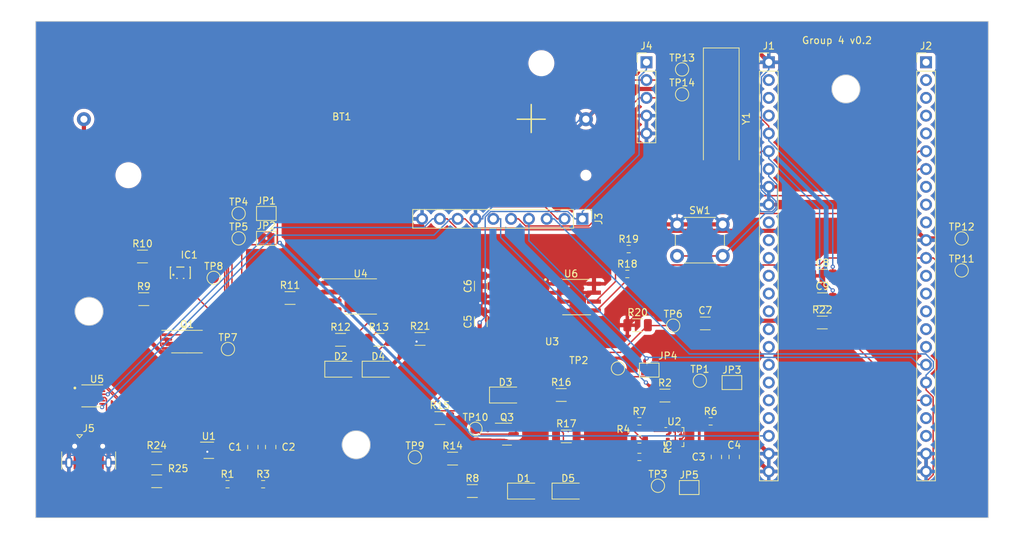
<source format=kicad_pcb>
(kicad_pcb (version 20221018) (generator pcbnew)
  (layers (0 "F.Cu" signal) (31 "B.Cu" signal) (34 "B.Paste" user) (35 "F.Paste" user) (36 "B.SilkS" user "B.Silkscreen") (37 "F.SilkS" user "F.Silkscreen") (38 "B.Mask" user) (39 "F.Mask" user) (44 "Edge.Cuts" user))
  (net 0 "")
  (net 1 "Net-(JP2-A)")
  (net 2 "/V battery-")
  (net 3 "Plug_Detect")
  (net 4 "GND")
  (net 5 "Net-(U1-OUT)")
  (net 6 "+5V")
  (net 7 "Net-(U3-VO)")
  (net 8 "Net-(D1-A)")
  (net 9 "Net-(D2-K)")
  (net 10 "Net-(D3-K)")
  (net 11 "Net-(D3-A)")
  (net 12 "Net-(D4-K)")
  (net 13 "Net-(D5-K)")
  (net 14 "Net-(D5-A)")
  (net 15 "!CS")
  (net 16 "SCK")
  (net 17 "TXD")
  (net 18 "/I2C2_SCL")
  (net 19 "RXD")
  (net 20 "I2C_SCL")
  (net 21 "/Interface IC Module/I2C3_SDA")
  (net 22 "I2C_SDA")
  (net 23 "Analog_Data_Read")
  (net 24 "unconnected-(Q1-Pad1)")
  (net 25 "Net-(IC1-OD)")
  (net 26 "Net-(IC1-OC)")
  (net 27 "Net-(U2-INT_DRDY)")
  (net 28 "Net-(U2-SCL)")
  (net 29 "Net-(U2-SDA)")
  (net 30 "Net-(U2-~{CS})")
  (net 31 "Net-(IC1-VCC)")
  (net 32 "Net-(IC1-CS)")
  (net 33 "Net-(U4-PROG)")
  (net 34 "Net-(U4-~{STDBY})")
  (net 35 "Net-(U4-~{CHRG})")
  (net 36 "Net-(U6-SDA)")
  (net 37 "Net-(U6-SCL)")
  (net 38 "Net-(U5-USBDM)")
  (net 39 "Net-(U5-USBDP)")
  (net 46 "/Interface IC Module/OSC_IN")
  (net 50 "D+")
  (net 51 "/Interface IC Module/NRST")
  (net 52 "Net-(J2-Pin_20)")
  (net 53 "D-")
  (net 81 "Net-(JP2-B)")
  (net 82 "Net-(JP3-B)")
  (net 83 "Net-(JP4-B)")
  (net 84 "Net-(JP5-B)")
  (net 85 "Net-(U4-BAT)")
  (footprint "Resistor_SMD:R_1206_3216Metric" (layer "F.Cu") (at 144.273 94.051)
    (fp_text reference "R17")
    (fp_text value "10K")
  )
  (footprint "footprints:SON45P300X300X80-13N" (layer "F.Cu") (at 76.656 88.266)
    (fp_text reference "U5")
    (fp_text value "FT234XD-R")
  )
  (footprint "Resistor_SMD:R_1206_3216Metric" (layer "F.Cu") (at 180.779 77.79)
    (fp_text reference "R22")
    (fp_text value "10k")
  )
  (footprint "Package_TO_SOT_SMD:SOT-353_SC-70-5" (layer "F.Cu") (at 93.284 96.032)
    (fp_text reference "U1")
    (fp_text value "LMT87DCK")
  )
  (footprint "Resistor_SMD:R_0603_1608Metric" (layer "F.Cu") (at 95.949 100.8745)
    (fp_text reference "R1")
    (fp_text value "470 ohm")
  )
  (footprint "Connector_PinHeader_2.54mm:PinHeader_1x24_P2.54mm_Vertical" (layer "F.Cu") (at 173.15 40.64)
    (fp_text reference "J1")
    (fp_text value "Conn_01x24_Socket")
  )
  (footprint "Resistor_SMD:R_0603_1608Metric" (layer "F.Cu") (at 154.694 91.903)
    (fp_text reference "R7")
    (fp_text value "470 ohm")
  )
  (footprint "Capacitor_SMD:C_1206_3216Metric" (layer "F.Cu") (at 164.09 77.922)
    (fp_text reference "C7")
    (fp_text value "4.7u")
  )
  (footprint "TestPoint:TestPoint_Pad_D1.5mm" (layer "F.Cu") (at 160.782 45.212)
    (fp_text reference "TP14")
    (fp_text value "TestPoint")
  )
  (footprint "TestPoint:TestPoint_Pad_D1.5mm" (layer "F.Cu") (at 131.318 92.964)
    (fp_text reference "TP10")
    (fp_text value "TestPoint")
  )
  (footprint "Resistor_SMD:R_1206_3216Metric" (layer "F.Cu") (at 126.238 91.44)
    (fp_text reference "R15")
    (fp_text value "10K")
  )
  (footprint "TestPoint:TestPoint_Pad_D1.5mm" (layer "F.Cu") (at 157.34 101.098)
    (fp_text reference "TP3")
    (fp_text value "TestPoint")
  )
  (footprint "Resistor_SMD:R_0603_1608Metric" (layer "F.Cu") (at 152.971 70.866)
    (fp_text reference "R18")
    (fp_text value "10")
  )
  (footprint "Resistor_SMD:R_1206_3216Metric" (layer "F.Cu") (at 85.8505 97.169)
    (fp_text reference "R24")
    (fp_text value "10")
  )
  (footprint "TestPoint:TestPoint_Pad_D1.5mm" (layer "F.Cu") (at 200.66 70.358)
    (fp_text reference "TP11")
    (fp_text value "TestPoint")
  )
  (footprint "LED_SMD:LED_1206_3216Metric" (layer "F.Cu") (at 112.107 84.455)
    (fp_text reference "D2")
    (fp_text value "LED")
  )
  (footprint "footprints:SOT23-6" (layer "F.Cu") (at 89.22 70.683)
    (property "VALUE" "DW01A")
    (fp_text reference "IC1")
    (fp_text value "DW01A")
  )
  (footprint "Crystal:Crystal_SMD_HC49-SD_HandSoldering" (layer "F.Cu") (at 166.37 48.6725 -90)
    (fp_text reference "Y1")
    (fp_text value "8Mhz")
  )
  (footprint "Resistor_SMD:R_1206_3216Metric" (layer "F.Cu") (at 143.5465 88.143)
    (fp_text reference "R16")
    (fp_text value "10K")
  )
  (footprint "Jumper:SolderJumper-2_P1.3mm_Bridged2Bar_Pad1.0x1.5mm" (layer "F.Cu") (at 101.488 62.23)
    (fp_text reference "JP1")
    (fp_text value "Jumper_2_Bridged")
  )
  (footprint "Connector_PinHeader_2.54mm:PinHeader_1x05_P2.54mm_Vertical" (layer "F.Cu") (at 155.702 40.64)
    (fp_text reference "J4")
    (fp_text value "Conn_01x05_Pin")
  )
  (footprint "Resistor_SMD:R_1206_3216Metric" (layer "F.Cu") (at 158.338 88.22)
    (fp_text reference "R2")
    (fp_text value " 4.7k ohm")
  )
  (footprint "Package_SO:TSSOP-8_4.4x3mm_P0.65mm" (layer "F.Cu") (at 90.17 80.518)
    (fp_text reference "Q1")
    (fp_text value "FS8205A")
  )
  (footprint "Package_SO:SOP-8-1EP_4.57x4.57mm_P1.27mm_EP4.57x4.45mm" (layer "F.Cu") (at 114.932 74.074)
    (fp_text reference "U4")
    (fp_text value "TP4056")
  )
  (footprint "Diode_SMD:D_1206_3216Metric" (layer "F.Cu") (at 135.604 88.143)
    (fp_text reference "D3")
    (fp_text value "1N47xxA")
  )
  (footprint "Resistor_SMD:R_1206_3216Metric" (layer "F.Cu") (at 104.871 74.295)
    (fp_text reference "R11")
    (fp_text value "1.2K")
  )
  (footprint "Capacitor_SMD:C_0805_2012Metric" (layer "F.Cu") (at 165.679 96.983 90)
    (fp_text reference "C3")
    (fp_text value "100nF")
  )
  (footprint "Capacitor_SMD:C_1206_3216Metric" (layer "F.Cu") (at 132.08 77.675 90)
    (fp_text reference "C5")
    (fp_text value "0.1u")
  )
  (footprint "Capacitor_SMD:C_0805_2012Metric" (layer "F.Cu") (at 99.568 95.57 90)
    (fp_text reference "C1")
    (fp_text value "0.1 µF")
  )
  (footprint "Connector_PinHeader_2.54mm:PinHeader_1x10_P2.54mm_Vertical" (layer "F.Cu") (at 146.558 62.992 -90)
    (fp_text reference "J3")
    (fp_text value "Conn_01x10_Pin")
  )
  (footprint "Jumper:SolderJumper-2_P1.3mm_Bridged2Bar_Pad1.0x1.5mm" (layer "F.Cu") (at 161.798 101.346)
    (fp_text reference "JP5")
    (fp_text value "Jumper_2_Bridged")
  )
  (footprint "Resistor_SMD:R_0603_1608Metric" (layer "F.Cu") (at 154.694 96.983)
    (fp_text reference "R5")
    (fp_text value "0 ohm")
  )
  (footprint "TestPoint:TestPoint_Pad_D1.5mm" (layer "F.Cu") (at 97.538 62.23)
    (fp_text reference "TP4")
    (fp_text value "TestPoint")
  )
  (footprint "TestPoint:TestPoint_Pad_D1.5mm" (layer "F.Cu") (at 159.512 78.232)
    (fp_text reference "TP6")
    (fp_text value "TestPoint")
  )
  (footprint "Resistor_SMD:R_0603_1608Metric" (layer "F.Cu") (at 154.694 94.473)
    (fp_text reference "R4")
    (fp_text value "0 ohm")
  )
  (footprint "footprints:SOT89" (layer "F.Cu") (at 139.446 81.026)
    (fp_text reference "U3")
    (fp_text value "HT7533-1")
  )
  (footprint "Capacitor_SMD:C_1206_3216Metric" (layer "F.Cu") (at 180.799 74.47)
    (fp_text reference "C9")
    (fp_text value "10pF")
  )
  (footprint "Diode_SMD:D_1206_3216Metric" (layer "F.Cu") (at 138.177 101.859)
    (fp_text reference "D1")
    (fp_text value "MBR340")
  )
  (footprint "Resistor_SMD:R_0603_1608Metric" (layer "F.Cu") (at 101.029 100.8745)
    (fp_text reference "R3")
    (fp_text value "0 ohm")
  )
  (footprint "Jumper:SolderJumper-2_P1.3mm_Bridged2Bar_Pad1.0x1.5mm" (layer "F.Cu") (at 156.098 84.582)
    (fp_text reference "JP4")
    (fp_text value "Jumper_2_Bridged")
  )
  (footprint "Resistor_SMD:R_1206_3216Metric" (layer "F.Cu") (at 83.82 68.367)
    (fp_text reference "R10")
    (fp_text value "1K")
  )
  (footprint "TestPoint:TestPoint_Pad_D1.5mm" (layer "F.Cu") (at 160.782 41.662)
    (fp_text reference "TP13")
    (fp_text value "TestPoint")
  )
  (footprint "Connector_PinHeader_2.54mm:PinHeader_1x24_P2.54mm_Vertical" (layer "F.Cu") (at 195.58 40.64)
    (fp_text reference "J2")
    (fp_text value "Conn_01x24_Socket")
  )
  (footprint "Resistor_SMD:R_1206_3216Metric" (layer "F.Cu") (at 117.5345 80.264)
    (fp_text reference "R13")
    (fp_text value "1K")
  )
  (footprint "Capacitor_SMD:C_1206_3216Metric" (layer "F.Cu") (at 180.799 71.12)
    (fp_text reference "C8")
    (fp_text value "10pF")
  )
  (footprint "Resistor_SMD:R_1206_3216Metric" (layer "F.Cu") (at 128.0525 97.221)
    (fp_text reference "R14")
    (fp_text value "10K")
  )
  (footprint "footprints:SOIC127P600X175-8N" (layer "F.Cu") (at 145.743 74.168)
    (fp_text reference "U6")
    (fp_text value "CAT24C256")
  )
  (footprint "Button_Switch_THT:SW_PUSH_6mm_H5mm" (layer "F.Cu") (at 160.072 63.79)
    (fp_text reference "SW1")
    (fp_text value "SW_Push")
  )
  (footprint "TestPoint:TestPoint_Pad_D1.5mm" (layer "F.Cu") (at 93.98 71.415)
    (fp_text reference "TP8")
    (fp_text value "TestPoint")
  )
  (footprint "Resistor_SMD:R_1206_3216Metric" (layer "F.Cu") (at 123.413 80.137)
    (fp_text reference "R21")
    (fp_text value "0")
  )
  (footprint "TestPoint:TestPoint_Pad_D1.5mm" (layer "F.Cu") (at 122.682 97.028)
    (fp_text reference "TP9")
    (fp_text value "TestPoint")
  )
  (footprint "Resistor_SMD:R_1206_3216Metric" (layer "F.Cu") (at 85.8505 100.459)
    (fp_text reference "R25")
    (fp_text value "10")
  )
  (footprint "Resistor_SMD:R_0603_1608Metric" (layer "F.Cu") (at 164.854 91.903)
    (fp_text reference "R6")
    (fp_text value "470 ohm")
  )
  (footprint "Capacitor_SMD:C_0805_2012Metric" (layer "F.Cu") (at 168.219 96.983 90)
    (fp_text reference "C4")
    (fp_text value "4.7uF")
  )
  (footprint "Resistor_SMD:R_1206_3216Metric" (layer "F.Cu") (at 84.0125 74.463)
    (fp_text reference "R9")
    (fp_text value "100")
  )
  (footprint "Jumper:SolderJumper-2_P1.3mm_Bridged2Bar_Pad1.0x1.5mm" (layer "F.Cu") (at 167.894 86.36)
    (fp_text reference "JP3")
    (fp_text value "Jumper_2_Bridged")
  )
  (footprint "Diode_SMD:D_1206_3216Metric" (layer "F.Cu") (at 144.527 101.859)
    (fp_text reference "D5")
    (fp_text value "1N47xxA")
  )
  (footprint "Resistor_SMD:R_1206_3216Metric" (layer "F.Cu") (at 130.8715 101.854)
    (fp_text reference "R8")
    (fp_text value "1K")
  )
  (footprint "Resistor_SMD:R_0603_1608Metric" (layer "F.Cu") (at 153.162 67.31)
    (fp_text reference "R19")
    (fp_text value "10")
  )
  (footprint "Package_LGA:ST_HLGA-10_2.5x2.5mm_P0.6mm_LayoutBorder3x2y" (layer "F.Cu") (at 159.674 94.143)
    (fp_text reference "U2")
    (fp_text value "LPS22HB")
  )
  (footprint "TestPoint:TestPoint_Pad_D1.5mm" (layer "F.Cu") (at 96.012 81.575)
    (fp_text reference "TP7")
    (fp_text value "TestPoint")
  )
  (footprint "LED_SMD:LED_1206_3216Metric" (layer "F.Cu") (at 117.447 84.455)
    (fp_text reference "D4")
    (fp_text value "LED")
  )
  (footprint "Package_TO_SOT_SMD:SOT-23" (layer "F.Cu") (at 135.8125 93.731)
    (fp_text reference "Q3")
    (fp_text value "MMBT3904")
  )
  (footprint "Resistor_SMD:R_1206_3216Metric" (layer "F.Cu") (at 154.438 78.176)
    (fp_text reference "R20")
    (fp_text value "0")
  )
  (footprint "TestPoint:TestPoint_Pad_D1.5mm" (layer "F.Cu") (at 97.538 65.78)
    (fp_text reference "TP5")
    (fp_text value "TestPoint")
  )
  (footprint "TestPoint:TestPoint_Pad_D1.5mm" (layer "F.Cu") (at 163.322 86.106)
    (fp_text reference "TP1")
    (fp_text value "TestPoint")
  )
  (footprint "newLibrary:18650_HOLDER_TH" (layer "F.Cu") (at 111.266 48.768)
    (fp_text reference "BT1")
    (fp_text value "Battery_Cell")
    (fp_circle (center -29.45 8) (end -27.6 8) (stroke (width 0.02)) (fill none) (layer "Edge.Cuts"))
    (fp_circle (center 29.45 -8) (end 31.3 -8) (stroke (width 0.02)) (fill none) (layer "Edge.Cuts"))
    (fp_circle (center 35.8 8) (end 36.585 8) (stroke (width 0.02)) (fill none) (layer "Edge.Cuts"))
  )
  (footprint "Capacitor_SMD:C_1206_3216Metric" (layer "F.Cu") (at 132.08 72.595 90)
    (fp_text reference "C6")
    (fp_text value "10u")
  )
  (footprint "TestPoint:TestPoint_Pad_D1.5mm" (layer "F.Cu") (at 151.64 84.334)
    (fp_text reference "TP2")
    (fp_text value "TestPoint")
  )
  (footprint "TestPoint:TestPoint_Pad_D1.5mm" (layer "F.Cu") (at 200.66 65.786)
    (fp_text reference "TP12")
    (fp_text value "TestPoint")
  )
  (footprint "Jumper:SolderJumper-2_P1.3mm_Bridged2Bar_Pad1.0x1.5mm" (layer "F.Cu") (at 101.488 65.78)
    (fp_text reference "JP2")
    (fp_text value "Jumper_2_Bridged")
  )
  (footprint "Resistor_SMD:R_1206_3216Metric" (layer "F.Cu") (at 112.0695 80.264)
    (fp_text reference "R12")
    (fp_text value "1K")
  )
  (footprint "Connector_USB:USB_Micro-B_XKB_U254-051T-4BH83-F1S" (layer "F.Cu") (at 76.148 97.41)
    (fp_text reference "J5")
    (fp_text value "USB_B_Micro")
  )
  (footprint "Capacitor_SMD:C_0805_2012Metric" (layer "F.Cu") (at 102.108 95.57 90)
    (fp_text reference "C2")
    (fp_text value "10000pF")
  )
  (gr_circle (center 76.2 76.2) (end 78.2 76.2) (stroke (width 0.1)) (fill none) (layer "Edge.Cuts"))
  (gr_rect (start 68.58 34.798) (end 204.47 105.664) (stroke (width 0.1)) (fill none) (layer "Edge.Cuts"))
  (gr_circle (center 184.15 44.45) (end 186.15 44.45) (stroke (width 0.1)) (fill none) (layer "Edge.Cuts"))
  (gr_circle (center 114.3 95.25) (end 116.3 95.25) (stroke (width 0.1)) (fill none) (layer "Edge.Cuts"))
  (gr_text "Group 4 v0.2" (at 177.8 38.1) (layer "F.SilkS") (effects (font (size 1 1)) (justify left bottom)))
  (segment (start 92.334 95.382) (end 94.234 95.382) (width 0.2) (layer "F.Cu") (net 1))
  (segment (start 97.9791 67.4944) (end 96.5855 66.1008) (width 0.2) (layer "F.Cu") (net 1))
  (segment (start 96.5855 66.1008) (end 96.5855 65.4552) (width 0.2) (layer "F.Cu") (net 1))
  (segment (start 94.759 95.6445) (end 94.759 96.682) (width 0.2) (layer "F.Cu") (net 1))
  (segment (start 97.9791 95.382) (end 94.759 95.382) (width 0.2) (layer "F.Cu") (net 1))
  (segment (start 94.4965 95.382) (end 94.759 95.6445) (width 0.2) (layer "F.Cu") (net 1))
  (segment (start 98.5182 64.8465) (end 99.4517 65.78) (width 0.2) (layer "F.Cu") (net 1))
  (segment (start 94.234 96.682) (end 94.759 96.682) (width 0.2) (layer "F.Cu") (net 1))
  (segment (start 94.4965 95.382) (end 94.759 95.382) (width 0.2) (layer "F.Cu") (net 1))
  (segment (start 97.1942 64.8465) (end 98.5182 64.8465) (width 0.2) (layer "F.Cu") (net 1))
  (segment (start 99.4517 65.78) (end 100.838 65.78) (width 0.2) (layer "F.Cu") (net 1))
  (segment (start 96.5855 65.4552) (end 97.1942 64.8465) (width 0.2) (layer "F.Cu") (net 1))
  (segment (start 97.9791 95.382) (end 97.9791 67.4944) (width 0.2) (layer "F.Cu") (net 1))
  (segment (start 94.234 95.382) (end 94.4965 95.382) (width 0.2) (layer "F.Cu") (net 1))
  (segment (start 99.568 96.52) (end 98.43 95.382) (width 0.2) (layer "F.Cu") (net 1))
  (segment (start 98.43 95.382) (end 97.9791 95.382) (width 0.2) (layer "F.Cu") (net 1))
  (segment (start 88.131396 82.043) (end 89.331396 80.843) (width 0.6) (layer "F.Cu") (net 2))
  (segment (start 82.054472 69.85) (end 83.7995 69.85) (width 0.6) (layer "F.Cu") (net 2))
  (segment (start 87.3075 80.843) (end 87.3075 80.193) (width 0.6) (layer "F.Cu") (net 2))
  (segment (start 84.465 79.7643) (end 86.6119 81.9112) (width 0.2) (layer "F.Cu") (net 2))
  (segment (start 88.0489 81.9112) (end 88.2412 81.7189) (width 0.2) (layer "F.Cu") (net 2))
  (segment (start 86.6119 81.9112) (end 88.0489 81.9112) (width 0.2) (layer "F.Cu") (net 2))
  (segment (start 93.0325 80.843) (end 93.0325 80.193) (width 0.6) (layer "F.Cu") (net 2))
  (segment (start 85.2825 68.367) (end 87.254 68.367) (width 0.6) (layer "F.Cu") (net 2))
  (segment (start 84.465 80.024396) (end 86.483604 82.043) (width 0.6) (layer "F.Cu") (net 2))
  (segment (start 84.465 69.1845) (end 84.465 79.7643) (width 0.6) (layer "F.Cu") (net 2))
  (segment (start 87.7979 80.843) (end 87.3075 80.843) (width 0.2) (layer "F.Cu") (net 2))
  (segment (start 88.031396 80.843) (end 87.3075 80.843) (width 0.6) (layer "F.Cu") (net 2))
  (segment (start 89.331396 80.843) (end 93.0325 80.843) (width 0.6) (layer "F.Cu") (net 2))
  (segment (start 88.131396 82.043) (end 88.395 81.779396) (width 0.6) (layer "F.Cu") (net 2))
  (segment (start 75.466 63.261528) (end 82.054472 69.85) (width 0.6) (layer "F.Cu") (net 2))
  (segment (start 88.395 81.206604) (end 88.031396 80.843) (width 0.6) (layer "F.Cu") (net 2))
  (segment (start 83.7995 69.85) (end 85.2825 68.367) (width 0.6) (layer "F.Cu") (net 2))
  (segment (start 85.2825 68.367) (end 84.465 69.1845) (width 0.6) (layer "F.Cu") (net 2))
  (segment (start 75.466 48.768) (end 75.466 63.261528) (width 0.6) (layer "F.Cu") (net 2))
  (segment (start 84.465 69.4005) (end 84.465 79.7643) (width 0.2) (layer "F.Cu") (net 2))
  (segment (start 84.465 79.7643) (end 84.465 80.024396) (width 0.6) (layer "F.Cu") (net 2))
  (segment (start 87.254 68.367) (end 88.27 69.383) (width 0.6) (layer "F.Cu") (net 2))
  (segment (start 86.483604 82.043) (end 88.131396 82.043) (width 0.6) (layer "F.Cu") (net 2))
  (segment (start 88.395 81.779396) (end 88.395 81.206604) (width 0.6) (layer "F.Cu") (net 2))
  (segment (start 78.6907 88.721) (end 78.4607 88.491) (width 0.2) (layer "F.Cu") (net 3))
  (segment (start 78.6907 90.4073) (end 78.6907 88.721) (width 0.2) (layer "F.Cu") (net 3))
  (segment (start 78.4607 88.491) (end 78.091 88.491) (width 0.2) (layer "F.Cu") (net 3))
  (segment (start 165.02 38.4475) (end 165.02 39.418365) (width 0.6) (layer "F.Cu") (net 4))
  (segment (start 76.1194 98.8024) (end 76.012 98.9098) (width 0.2) (layer "F.Cu") (net 4))
  (segment (start 76.798 95.125) (end 77.448 95.125) (width 0.6) (layer "F.Cu") (net 4))
  (segment (start 100.4812 96.9632) (end 100.4812 95.5332) (width 0.2) (layer "F.Cu") (net 4))
  (segment (start 146.7784 77.2521) (end 146.7784 74.487228) (width 0.6) (layer "F.Cu") (net 4))
  (segment (start 179.3165 74.4775) (end 179.324 74.47) (width 0.6) (layer "F.Cu") (net 4))
  (segment (start 159.074 95.068) (end 159.074 94.9903) (width 0.2) (layer "F.Cu") (net 4))
  (segment (start 93.0715 96.2445) (end 92.859 96.032) (width 0.2) (layer "F.Cu") (net 4))
  (segment (start 119.754 64.042) (end 111.79 72.006) (width 0.6) (layer "F.Cu") (net 4))
  (segment (start 147.7023 78.176) (end 152.9755 78.176) (width 0.6) (layer "F.Cu") (net 4))
  (segment (start 92.334 96.032) (end 92.859 96.032) (width 0.2) (layer "F.Cu") (net 4))
  (segment (start 131.987 74.163) (end 132.08 74.07) (width 0.6) (layer "F.Cu") (net 4))
  (segment (start 74.848 94.9874) (end 74.848 95.125) (width 0.2) (layer "F.Cu") (net 4))
  (segment (start 132.08 76.2) (end 137.947 82.067) (width 0.6) (layer "F.Cu") (net 4))
  (segment (start 69.85 98.1282) (end 69.85 94.182) (width 0.6) (layer "F.Cu") (net 4))
  (segment (start 93.0715 96.2699) (end 93.9788 97.1772) (width 0.2) (layer "F.Cu") (net 4))
  (segment (start 136.3206 74.9106) (end 139.446 78.036) (width 0.6) (layer "F.Cu") (net 4))
  (segment (start 160.274 93.218) (end 159.8141 93.218) (width 0.2) (layer "F.Cu") (net 4))
  (segment (start 179.3165 77.79) (end 179.3165 74.4775) (width 0.6) (layer "F.Cu") (net 4))
  (segment (start 112.3683 73.0662) (end 111.79 72.4879) (width 0.2) (layer "F.Cu") (net 4))
  (segment (start 159.8141 94.6336) (end 159.8141 93.218) (width 0.2) (layer "F.Cu") (net 4))
  (segment (start 146.7784 77.2521) (end 140.2299 77.2521) (width 0.6) (layer "F.Cu") (net 4))
  (segment (start 74.451 82.562) (end 74.451 89.201) (width 0.6) (layer "F.Cu") (net 4))
  (segment (start 140.2299 77.2521) (end 139.446 78.036) (width 0.6) (layer "F.Cu") (net 4))
  (segment (start 135.6149 93.232) (end 133.0719 93.232) (width 0.2) (layer "F.Cu") (net 4))
  (segment (start 143.268 76.073) (end 143.268 72.263) (width 0.6) (layer "F.Cu") (net 4))
  (segment (start 179.2365 77.71) (end 179.3165 77.79) (width 0.2) (layer "F.Cu") (net 4))
  (segment (start 160.274 95.068) (end 160.885396 95.068) (width 0.6) (layer "F.Cu") (net 4))
  (segment (start 161.4958 89.9153) (end 159.8005 88.22) (width 0.6) (layer "F.Cu") (net 4))
  (segment (start 75.221 88.941) (end 75.3956 89.1156) (width 0.6) (layer "F.Cu") (net 4))
  (segment (start 179.3165 77.79) (end 179.0665 77.54) (width 0.6) (layer "F.Cu") (net 4))
  (segment (start 117.210701 101.976) (end 121.642533 97.544168) (width 0.6) (layer "F.Cu") (net 4))
  (segment (start 195.58 96.52) (end 173.15 96.52) (width 0.2) (layer "F.Cu") (net 4))
  (segment (start 78.973 97.8) (end 78.973 95.525) (width 0.6) (layer "F.Cu") (net 4))
  (segment (start 78.973 97.5375) (end 78.7605 97.5375) (width 0.2) (layer "F.Cu") (net 4))
  (segment (start 121.7517 97.435) (end 121.7517 81.082) (width 0.2) (layer "F.Cu") (net 4))
  (segment (start 78.798 94.8) (end 79.248 95.25) (width 0.6) (layer "F.Cu") (net 4))
  (segment (start 165.565 77.922) (end 163.843 76.2) (width 0.6) (layer "F.Cu") (net 4))
  (segment (start 159.074 94.9903) (end 159.4307 94.6336) (width 0.2) (layer "F.Cu") (net 4))
  (segment (start 143.268 72.263) (end 143.7622 71.7688) (width 0.6) (layer "F.Cu") (net 4))
  (segment (start 147.9631 73.533) (end 148.218 73.533) (width 0.2) (layer "F.Cu") (net 4))
  (segment (start 195.58 66.04) (end 194.24 64.7) (width 0.6) (layer "F.Cu") (net 4))
  (segment (start 169.0657 95.1863) (end 169.5324 95.1863) (width 0.6) (layer "F.Cu") (net 4))
  (segment (start 130.9415 94.681) (end 127.7005 91.44) (width 0.6) (layer "F.Cu") (net 4))
  (segment (start 179.324 74.47) (end 179.324 77.6225) (width 0.2) (layer "F.Cu") (net 4))
  (segment (start 123.698 64.042) (end 120.2359 64.042) (width 0.6) (layer "F.Cu") (net 4))
  (segment (start 161.4958 94.457596) (end 161.4958 89.9153) (width 0.6) (layer "F.Cu") (net 4))
  (segment (start 74.624 93.674) (end 76.656 91.642) (width 0.6) (layer "F.Cu") (net 4))
  (segment (start 74.848 95.125) (end 74.848 97.531) (width 0.6) (layer "F.Cu") (net 4))
  (segment (start 169.5324 89.302417) (end 169.5324 88.9) (width 0.6) (layer "F.Cu") (net 4))
  (segment (start 93.8104 102.1881) (end 79.2903 102.1881) (width 0.6) (layer "F.Cu") (net 4))
  (segment (start 110.782 74.709) (end 111.41 74.709) (width 0.2) (layer "F.Cu") (net 4))
  (segment (start 74.848 94.9874) (end 74.848 94.25) (width 0.2) (layer "F.Cu") (net 4))
  (segment (start 77.348 97.8) (end 77.1218 97.8) (width 0.6) (layer "F.Cu") (net 4))
  (segment (start 117.3632 101.8235) (end 121.7517 97.435) (width 0.2) (layer "F.Cu") (net 4))
  (segment (start 99.568 94.62) (end 100.4812 95.5332) (width 0.6) (layer "F.Cu") (net 4))
  (segment (start 179.324 77.6225) (end 179.2365 77.71) (width 0.2) (layer "F.Cu") (net 4))
  (segment (start 139.9756 88.8713) (end 135.6149 93.232) (width 0.2) (layer "F.Cu") (net 4))
  (segment (start 95.124 100.895196) (end 96.204804 101.976) (width 0.6) (layer "F.Cu") (net 4))
  (segment (start 169.5324 90.8176) (end 169.5324 88.9) (width 0.6) (layer "F.Cu") (net 4))
  (segment (start 164.029 91.903) (end 164.154 91.903) (width 0.6) (layer "F.Cu") (net 4))
  (segment (start 179.324 74.47) (end 179.324 71.12) (width 0.6) (layer "F.Cu") (net 4))
  (segment (start 122.9124 80.5101) (end 122.3236 80.5101) (width 0.2) (layer "F.Cu") (net 4))
  (segment (start 130.6051 91.864) (end 131.773635 91.864) (width 0.6) (layer "F.Cu") (net 4))
  (segment (start 76.656 88.266) (end 76.656 88.2857) (width 0.2) (layer "F.Cu") (net 4))
  (segment (start 74.641 88.7639) (end 75.0439 88.7639) (width 0.6) (layer "F.Cu") (net 4))
  (segment (start 171.8163 95.1863) (end 173.15 96.52) (width 0.6) (layer "F.Cu") (net 4))
  (segment (start 78.973 97.5375) (end 78.973 97.275) (width 0.2) (layer "F.Cu") (net 4))
  (segment (start 131.0205 71.12) (end 132.08 71.12) (width 0.2) (layer "F.Cu") (net 4))
  (segment (start 142.084 88.143) (end 139.446 85.505) (width 0.6) (layer "F.Cu") (net 4))
  (segment (start 164.154 91.903) (end 164.7926 92.5416) (width 0.6) (layer "F.Cu") (net 4))
  (segment (start 73.048 95.25) (end 74.624 93.674) (width 0.6) (layer "F.Cu") (net 4))
  (segment (start 165.02 39.418365) (end 159.988365 44.45) (width 0.6) (layer "F.Cu") (net 4))
  (segment (start 100.4812 95.5332) (end 101.3944 94.62) (width 0.6) (layer "F.Cu") (net 4))
  (segment (start 139.446 80.086) (end 139.446 78.036) (width 0.2) (layer "F.Cu") (net 4))
  (segment (start 170.123 96.033) (end 168.219 96.033) (width 0.6) (layer "F.Cu") (net 4))
  (segment (start 159.8141 94.6336) (end 160.1138 94.6336) (width 0.2) (layer "F.Cu") (net 4))
  (segment (start 142.084 87.760604) (end 142.084 88.143) (width 0.6) (layer "F.Cu") (net 4))
  (segment (start 145.570028 86.918) (end 142.926604 86.918) (width 0.6) (layer "F.Cu") (net 4))
  (segment (start 153.77635 64.87635) (end 154.8627 63.79) (width 0.6) (layer "F.Cu") (net 4))
  (segment (start 195.834 65.786) (end 195.58 66.04) (width 0.6) (layer "F.Cu") (net 4))
  (segment (start 158.7378 95.4042) (end 159.074 95.068) (width 0.2) (layer "F.Cu") (net 4))
  (segment (start 145.7355 94.051) (end 147.0887 95.4042) (width 0.2) (layer "F.Cu") (net 4))
  (segment (start 74.848 94.25) (end 74.848 93.898) (width 0.6) (layer "F.Cu") (net 4))
  (segment (start 151.384 44.45) (end 147.066 48.768) (width 0.6) (layer "F.Cu") (net 4))
  (segment (start 79.2903 102.1881) (end 76.012 98.9098) (width 0.6) (layer "F.Cu") (net 4))
  (segment (start 145.9215 93.865) (end 145.7355 94.051) (width 0.6) (layer "F.Cu") (net 4))
  (segment (start 139.446 85.505) (end 139.446 82.753) (width 0.6) (layer "F.Cu") (net 4))
  (segment (start 137.947 83.007) (end 137.947 86.8427) (width 0.6) (layer "F.Cu") (net 4))
  (segment (start 95.124 100.8745) (end 93.8104 102.1881) (width 0.6) (layer "F.Cu") (net 4))
  (segment (start 123.698 62.992) (end 123.698 64.042) (width 0.2) (layer "F.Cu") (net 4))
  (segment (start 145.9215 87.269472) (end 145.9215 93.865) (width 0.6) (layer "F.Cu") (net 4))
  (segment (start 145.7355 87.2502) (end 145.5741 87.0888) (width 0.2) (layer "F.Cu") (net 4))
  (segment (start 170.0022 77.54) (end 169.5324 78.0098) (width 0.6) (layer "F.Cu") (net 4))
  (segment (start 131.987 75.0036) (end 131.987 74.163) (width 0.6) (layer "F.Cu") (net 4))
  (segment (start 146.7784 77.2521) (end 147.7023 78.176) (width 0.6) (layer "F.Cu") (net 4))
  (segment (start 75.3956 89.1156) (end 75.8261 89.1156) (width 0.6) (layer "F.Cu") (net 4))
  (segment (start 147.0887 95.4042) (end 158.7378 95.4042) (width 0.2) (layer "F.Cu") (net 4))
  (segment (start 121.7517 81.082) (end 122.3236 80.5101) (width 0.2) (layer "F.Cu") (net 4))
  (segment (start 148.218 72.263) (end 148.218 70.4347) (width 0.6) (layer "F.Cu") (net 4))
  (segment (start 106.7475 74.709) (end 106.3335 74.295) (width 0.6) (layer "F.Cu") (net 4))
  (segment (start 146.7784 74.487228) (end 147.732628 73.533) (width 0.6) (layer "F.Cu") (net 4))
  (segment (start 137.947 86.8427) (end 139.9756 88.8713) (width 0.6) (layer "F.Cu") (net 4))
  (segment (start 169.8322 77.71) (end 179.2365 77.71) (width 0.2) (layer "F.Cu") (net 4))
  (segment (start 137.947 82.067) (end 137.947 83.007) (width 0.6) (layer "F.Cu") (net 4))
  (segment (start 166.171509 92.663308) (end 169.5324 89.302417) (width 0.6) (layer "F.Cu") (net 4))
  (segment (start 195.58 99.06) (end 173.15 99.06) (width 0.2) (layer "F.Cu") (net 4))
  (segment (start 102.108 79.3485) (end 106.7475 74.709) (width 0.6) (layer "F.Cu") (net 4))
  (segment (start 179.0665 77.54) (end 170.0022 77.54) (width 0.6) (layer "F.Cu") (net 4))
  (segment (start 111.4711 72.169) (end 110.782 72.169) (width 0.2) (layer "F.Cu") (net 4))
  (segment (start 122.544365 98.446) (end 125.365 98.446) (width 0.6) (layer "F.Cu") (net 4))
  (segment (start 77.348 97.8) (end 78.973 97.8) (width 0.6) (layer "F.Cu") (net 4))
  (segment (start 141.3557 88.8713) (end 142.084 88.143) (width 0.6) (layer "F.Cu") (net 4))
  (segment (start 122.3236 80.5101) (end 121.9505 80.137) (width 0.2) (layer "F.Cu") (net 4))
  (segment (start 130.4131 91.8369) (end 130.0162 91.44) (width 0.6) (layer "F.Cu") (net 4))
  (segment (start 136.3206 74.9106) (end 132.08 74.9106) (width 0.6) (layer "F.Cu") (net 4))
  (segment (start 112.3683 73.7507) (end 112.3683 73.0662) (width 0.2) (layer "F.Cu") (net 4))
  (segment (start 130.776 71.12) (end 123.698 64.042) (width 0.6) (layer "F.Cu") (net 4))
  (segment (start 145.570028 86.918) (end 145.9215 87.269472) (width 0.6) (layer "F.Cu") (net 4))
  (segment (start 73.1561 95.25) (end 73.048 95.25) (width 0.2) (layer "F.Cu") (net 4))
  (segment (start 169.5324 88.9) (end 169.5324 78.0098) (width 0.6) (layer "F.Cu") (net 4))
  (segment (start 110.782 74.709) (end 106.7475 74.709) (width 0.6) (layer "F.Cu") (net 4))
  (segment (start 76.656 88.2857) (end 75.8261 89.1156) (width 0.2) (layer "F.Cu") (net 4))
  (segment (start 154.9515 76.2) (end 152.9755 78.176) (width 0.6) (layer "F.Cu") (net 4))
  (segment (start 131.0205 71.12) (end 130.776 71.12) (width 0.6) (layer "F.Cu") (net 4))
  (segment (start 74.848 93.898) (end 74.624 93.674) (width 0.6) (layer "F.Cu") (net 4))
  (segment (start 78.973 95.525) (end 79.248 95.25) (width 0.6) (layer "F.Cu") (net 4))
  (segment (start 77.773 94.8) (end 78.798 94.8) (width 0.6) (layer "F.Cu") (net 4))
  (segment (start 102.108 94.62) (end 101.3944 94.62) (width 0.2) (layer "F.Cu") (net 4))
  (segment (start 146.8839 71.7688) (end 148.218 70.4347) (width 0.6) (layer "F.Cu") (net 4))
  (segment (start 111.79 72.4879) (end 111.4711 72.169) (width 0.2) (layer "F.Cu") (net 4))
  (segment (start 74.8889 88.516) (end 75.221 88.516) (width 0.6) (layer "F.Cu") (net 4))
  (segment (start 160.885396 95.068) (end 161.4958 94.457596) (width 0.6) (layer "F.Cu") (net 4))
  (segment (start 160.072 63.79) (end 166.572 63.79) (width 0.6) (layer "F.Cu") (net 4))
  (segment (start 142.926604 86.918) (end 142.084 87.760604) (width 0.6) (layer "F.Cu") (net 4))
  (segment (start 132.08 74.9106) (end 131.987 75.0036) (width 0.2) (layer "F.Cu") (net 4))
  (segment (start 75.0439 88.7639) (end 75.221 88.941) (width 0.6) (layer "F.Cu") (net 4))
  (segment (start 159.8141 93.218) (end 159.674 93.218) (width 0.2) (layer "F.Cu") (net 4))
  (segment (start 78.973 97.8) (end 78.973 97.5375) (width 0.2) (layer "F.Cu") (net 4))
  (segment (start 74.6348 82.3782) (end 82.55 74.463) (width 0.2) (layer "F.Cu") (net 4))
  (segment (start 169.5324 95.1863) (end 171.8163 95.1863) (width 0.6) (layer "F.Cu") (net 4))
  (segment (start 121.582 80.5055) (end 121.582 97.435) (width 0.6) (layer "F.Cu") (net 4))
  (segment (start 134.875 94.681) (end 130.9415 94.681) (width 0.6) (layer "F.Cu") (net 4))
  (segment (start 111.41 74.709) (end 112.3683 73.7507) (width 0.2) (layer "F.Cu") (net 4))
  (segment (start 126.59 97.221) (end 125.8751 97.9359) (width 0.6) (layer "F.Cu") (net 4))
  (segment (start 173.15 40.64) (end 170.9575 38.4475) (width 0.6) (layer "F.Cu") (net 4))
  (segment (start 169.5324 78.0098) (end 165.6528 78.0098) (width 0.6) (layer "F.Cu") (net 4))
  (segment (start 154.947 64.7) (end 152.337 67.31) (width 0.6) (layer "F.Cu") (net 4))
  (segment (start 165.6528 78.0098) (end 165.565 77.922) (width 0.6) (layer "F.Cu") (net 4))
  (segment (start 121.642533 97.544168) (end 122.544365 98.446) (width 0.6) (layer "F.Cu") (net 4))
  (segment (start 200.66 65.786) (end 195.834 65.786) (width 0.6) (layer "F.Cu") (net 4))
  (segment (start 125.365 98.446) (end 125.8751 97.9359) (width 0.6) (layer "F.Cu") (net 4))
  (segment (start 125.8751 97.9359) (end 125.8751 98.3201) (width 0.6) (layer "F.Cu") (net 4))
  (segment (start 96.204804 101.976) (end 117.210701 101.976) (width 0.6) (layer "F.Cu") (net 4))
  (segment (start 121.9505 80.137) (end 121.582 80.5055) (width 0.6) (layer "F.Cu") (net 4))
  (segment (start 165.679 93.428) (end 164.7926 92.5416) (width 0.6) (layer "F.Cu") (net 4))
  (segment (start 194.24 64.7) (end 154.947 64.7) (width 0.6) (layer "F.Cu") (net 4))
  (segment (start 165.679 93.155817) (end 166.171509 92.663308) (width 0.6) (layer "F.Cu") (net 4))
  (segment (start 73.323 97.8) (end 74.948 97.8) (width 0.6) (layer "F.Cu") (net 4))
  (segment (start 159.4307 94.6336) (end 159.8141 94.6336) (width 0.2) (layer "F.Cu") (net 4))
  (segment (start 136.777 101.859) (end 134.875 99.957) (width 0.6) (layer "F.Cu") (net 4))
  (segment (start 165.679 93.428) (end 165.679 93.155817) (width 0.6) (layer "F.Cu") (net 4))
  (segment (start 170.9575 38.4475) (end 165.02 38.4475) (width 0.6) (layer "F.Cu") (net 4))
  (segment (start 153.77635 64.87635) (end 152.337 66.3157) (width 0.6) (layer "F.Cu") (net 4))
  (segment (start 93.9788 97.1772) (end 100.2672 97.1772) (width 0.2) (layer "F.Cu") (net 4))
  (segment (start 148.218 73.533) (end 148.218 72.263) (width 0.6) (layer "F.Cu") (net 4))
  (segment (start 148.218 70.4347) (end 153.77635 64.87635) (width 0.6) (layer "F.Cu") (net 4))
  (segment (start 160.274 94.7938) (end 160.274 95.068) (width 0.2) (layer "F.Cu") (net 4))
  (segment (start 169.5324 90.8176) (end 169.5324 95.1863) (width 0.6) (layer "F.Cu") (net 4))
  (segment (start 76.656 91.642) (end 76.656 88.266) (width 0.6) (layer "F.Cu") (net 4))
  (segment (start 74.848 97.531) (end 76.1194 98.8024) (width 0.6) (layer "F.Cu") (net 4))
  (segment (start 134.875 99.957) (end 134.875 94.681) (width 0.6) (layer "F.Cu") (net 4))
  (segment (start 154.8627 63.79) (end 160.072 63.79) (width 0.6) (layer "F.Cu") (net 4))
  (segment (start 165.679 96.033) (end 168.219 96.033) (width 0.6) (layer "F.Cu") (net 4))
  (segment (start 82.55 74.463) (end 74.451 82.562) (width 0.6) (layer "F.Cu") (net 4))
  (segment (start 74.9139 88.491) (end 75.221 88.491) (width 0.2) (layer "F.Cu") (net 4))
  (segment (start 142.125 71.12) (end 132.08 71.12) (width 0.6) (layer "F.Cu") (net 4))
  (segment (start 139.9756 88.8713) (end 141.3557 88.8713) (width 0.6) (layer "F.Cu") (net 4))
  (segment (start 131.773635 91.864) (end 133.0719 93.162265) (width 0.6) (layer "F.Cu") (net 4))
  (segment (start 120.2359 64.042) (end 119.754 64.042) (width 0.6) (layer "F.Cu") (net 4))
  (segment (start 73.3218 101.6) (end 69.85 98.1282) (width 0.6) (layer "F.Cu") (net 4))
  (segment (start 168.219 96.033) (end 169.0657 95.1863) (width 0.6) (layer "F.Cu") (net 4))
  (segment (start 132.08 76.2) (end 131.0205 75.1405) (width 0.6) (layer "F.Cu") (net 4))
  (segment (start 147.732628 73.533) (end 148.218 73.533) (width 0.6) (layer "F.Cu") (net 4))
  (segment (start 159.988365 44.45) (end 151.384 44.45) (width 0.6) (layer "F.Cu") (net 4))
  (segment (start 152.337 66.3157) (end 152.337 67.31) (width 0.6) (layer "F.Cu") (net 4))
  (segment (start 132.08 74.07) (end 132.08 74.9106) (width 0.2) (layer "F.Cu") (net 4))
  (segment (start 71.8092 92.2228) (end 74.641 89.391) (width 0.6) (layer "F.Cu") (net 4))
  (segment (start 143.268 72.263) (end 142.125 71.12) (width 0.6) (layer "F.Cu") (net 4))
  (segment (start 143.7622 71.7688) (end 146.8839 71.7688) (width 0.6) (layer "F.Cu") (net 4))
  (segment (start 125.8751 98.3201) (end 129.409 101.854) (width 0.6) (layer "F.Cu") (net 4))
  (segment (start 77.1218 97.8) (end 76.1194 98.8024) (width 0.6) (layer "F.Cu") (net 4))
  (segment (start 95.124 100.8745) (end 95.124 100.895196) (width 0.6) (layer "F.Cu") (net 4))
  (segment (start 93.0715 96.2445) (end 93.0715 96.2699) (width 0.2) (layer "F.Cu") (net 4))
  (segment (start 130.0162 91.44) (end 127.7005 91.44) (width 0.6) (layer "F.Cu") (net 4))
  (segment (start 173.15 99.06) (end 170.123 96.033) (width 0.6) (layer "F.Cu") (net 4))
  (segment (start 74.451 89.201) (end 74.641 89.391) (width 0.6) (layer "F.Cu") (net 4))
  (segment (start 73.323 95.525) (end 73.048 95.25) (width 0.6) (layer "F.Cu") (net 4))
  (segment (start 102.108 94.62) (end 102.108 79.3485) (width 0.6) (layer "F.Cu") (net 4))
  (segment (start 74.641 89.391) (end 75.221 89.391) (width 0.2) (layer "F.Cu") (net 4))
  (segment (start 73.323 97.8) (end 73.323 95.525) (width 0.6) (layer "F.Cu") (net 4))
  (segment (start 74.641 88.7639) (end 74.8889 88.516) (width 0.6) (layer "F.Cu") (net 4))
  (segment (start 163.843 76.2) (end 154.9515 76.2) (width 0.6) (layer "F.Cu") (net 4))
  (segment (start 165.679 96.033) (end 165.679 93.428) (width 0.6) (layer "F.Cu") (net 4))
  (segment (start 100.2672 97.1772) (end 100.4812 96.9632) (width 0.2) (layer "F.Cu") (net 4))
  (segment (start 131.0205 75.1405) (end 131.0205 71.12) (width 0.6) (layer "F.Cu") (net 4))
  (segment (start 160.1138 94.6336) (end 160.274 94.7938) (width 0.2) (layer "F.Cu") (net 4))
  (segment (start 169.5324 78.0098) (end 169.8322 77.71) (width 0.2) (layer "F.Cu") (net 4))
  (segment (start 77.448 95.125) (end 77.773 94.8) (width 0.6) (layer "F.Cu") (net 4))
  (segment (start 69.85 94.182) (end 71.8092 92.2228) (width 0.6) (layer "F.Cu") (net 4))
  (segment (start 76.012 98.9098) (end 73.3218 101.6) (width 0.6) (layer "F.Cu") (net 4))
  (via (at 93.0715 96.2445) (size 0.6) (drill 0.3) (layers "F.Cu" "B.Cu") (net 4))
  (via (at 122.9124 80.5101) (size 0.6) (drill 0.3) (layers "F.Cu" "B.Cu") (net 4))
  (via (at 131.987 75.0036) (size 0.6) (drill 0.3) (layers "F.Cu" "B.Cu") (net 4))
  (segment (start 78.448 96.75) (end 73.323 96.75) (width 0.2) (layer "B.Cu") (net 4))
  (segment (start 147.066 48.768) (end 146.2381 48.768) (width 0.2) (layer "B.Cu") (net 4))
  (segment (start 173.15 41.69) (end 172.1001 42.7399) (width 0.2) (layer "B.Cu") (net 4))
  (segment (start 78.973 96.75) (end 92.566 96.75) (width 0.2) (layer "B.Cu") (net 4))
  (segment (start 131.318 74.4695) (end 128.953 74.4695) (width 0.6) (layer "B.Cu") (net 4))
  (segment (start 160.072 56.22) (end 160.072 63.79) (width 0.2) (layer "B.Cu") (net 4))
  (segment (start 173.15 40.64) (end 173.15 41.69) (width 0.2) (layer "B.Cu") (net 4))
  (segment (start 73.323 97.8) (end 73.323 96.75) (width 0.2) (layer "B.Cu") (net 4))
  (segment (start 173.15 60.96) (end 173.15 59.91) (width 0.2) (layer "B.Cu") (net 4))
  (segment (start 131.318 62.992) (end 132.368 62.992) (width 0.2) (layer "B.Cu") (net 4))
  (segment (start 155.702 51.85) (end 160.072 56.22) (width 0.2) (layer "B.Cu") (net 4))
  (segment (start 92.566 96.75) (end 93.0715 96.2445) (width 0.2) (layer "B.Cu") (net 4))
  (segment (start 131.4529 74.4695) (end 131.987 75.0036) (width 0.6) (layer "B.Cu") (net 4))
  (segment (start 128.953 74.4695) (end 122.9124 80.5101) (width 0.6) (layer "B.Cu") (net 4))
  (segment (start 172.1001 58.8601) (end 173.15 59.91) (width 0.2) (layer "B.Cu") (net 4))
  (segment (start 168.3921 61.9699) (end 173.6214 61.9699) (width 0.2) (layer "B.Cu") (net 4))
  (segment (start 78.973 97.275) (end 78.973 96.75) (width 0.2) (layer "B.Cu") (net 4))
  (segment (start 174.1627 61.4286) (end 174.1627 60.4827) (width 0.2) (layer "B.Cu") (net 4))
  (segment (start 132.368 62.6381) (end 132.368 62.992) (width 0.2) (layer "B.Cu") (net 4))
  (segment (start 146.2381 48.768) (end 132.368 62.6381) (width 0.2) (layer "B.Cu") (net 4))
  (segment (start 173.6214 61.9699) (end 174.1627 61.4286) (width 0.2) (layer "B.Cu") (net 4))
  (segment (start 174.1627 60.4827) (end 173.15 59.47) (width 0.2) (layer "B.Cu") (net 4))
  (segment (start 131.318 64.042) (end 131.318 74.4695) (width 0.6) (layer "B.Cu") (net 4))
  (segment (start 131.318 62.992) (end 131.318 64.042) (width 0.6) (layer "B.Cu") (net 4))
  (segment (start 131.318 74.4695) (end 131.4529 74.4695) (width 0.2) (layer "B.Cu") (net 4))
  (segment (start 166.572 63.79) (end 168.3921 61.9699) (width 0.2) (layer "B.Cu") (net 4))
  (segment (start 155.702 48.26) (end 155.702 50.8) (width 0.2) (layer "B.Cu") (net 4))
  (segment (start 155.702 50.8) (end 155.702 51.85) (width 0.2) (layer "B.Cu") (net 4))
  (segment (start 78.973 97.8) (end 78.973 97.275) (width 0.2) (layer "B.Cu") (net 4))
  (segment (start 173.15 58.42) (end 173.15 59.47) (width 0.2) (layer "B.Cu") (net 4))
  (segment (start 78.973 97.275) (end 78.448 96.75) (width 0.2) (layer "B.Cu") (net 4))
  (segment (start 172.1001 42.7399) (end 172.1001 58.8601) (width 0.2) (layer "B.Cu") (net 4))
  (segment (start 102.108 96.52) (end 100.204 98.424) (width 0.2) (layer "F.Cu") (net 5))
  (segment (start 100.204 98.424) (end 94.601 98.424) (width 0.2) (layer "F.Cu") (net 5))
  (segment (start 100.204 98.424) (end 100.204 100.8745) (width 0.2) (layer "F.Cu") (net 5))
  (segment (start 92.334 96.682) (end 92.859 96.682) (width 0.2) (layer "F.Cu") (net 5))
  (segment (start 94.601 98.424) (end 92.859 96.682) (width 0.2) (layer "F.Cu") (net 5))
  (segment (start 118.847 84.455) (end 120.5373 82.7647) (width 0.6) (layer "F.Cu") (net 6))
  (segment (start 125.530396 81.649) (end 125.4477 81.649) (width 0.6) (layer "F.Cu") (net 6))
  (segment (start 127.2282 79.417738) (end 127.2282 79.6689) (width 0.6) (layer "F.Cu") (net 6))
  (segment (start 114.9996 85.9476) (end 113.507 84.455) (width 0.6) (layer "F.Cu") (net 6))
  (segment (start 107.95 78.811) (end 110.782 75.979) (width 0.6) (layer "F.Cu") (net 6))
  (segment (start 127.2282 79.951196) (end 125.530396 81.649) (width 0.6) (layer "F.Cu") (net 6))
  (segment (start 127.2282 79.6689) (end 127.7471 79.15) (width 0.6) (layer "F.Cu") (net 6))
  (segment (start 120.5373 82.7647) (end 120.5373 80.0427) (width 0.6) (layer "F.Cu") (net 6))
  (segment (start 131.9152 79.15) (end 132.08 79.15) (width 0.2) (layer "F.Cu") (net 6))
  (segment (start 123.4107 80.0544) (end 123.4107 80.6016) (width 0.2) (layer "F.Cu") (net 6))
  (segment (start 124.2585 81.4494) (end 125.4477 81.4494) (width 0.2) (layer "F.Cu") (net 6))
  (segment (start 110.083472 85.68) (end 107.95 83.546528) (width 0.6) (layer "F.Cu") (net 6))
  (segment (start 118.847 84.455) (end 117.3544 85.9476) (width 0.6) (layer "F.Cu") (net 6))
  (segment (start 127.7471 79.15) (end 131.9152 79.15) (width 0.6) (layer "F.Cu") (net 6))
  (segment (start 127.2282 79.6689) (end 127.2282 79.951196) (width 0.6) (layer "F.Cu") (net 6))
  (segment (start 125.4477 81.4494) (end 127.2282 79.6689) (width 0.2) (layer "F.Cu") (net 6))
  (segment (start 123.4107 80.6016) (end 124.2585 81.4494) (width 0.2) (layer "F.Cu") (net 6))
  (segment (start 117.3544 85.9476) (end 114.9996 85.9476) (width 0.6) (layer "F.Cu") (net 6))
  (segment (start 120.5373 80.0427) (end 121.487 79.093) (width 0.2) (layer "F.Cu") (net 6))
  (segment (start 122.4493 79.093) (end 123.4107 80.0544) (width 0.2) (layer "F.Cu") (net 6))
  (segment (start 131.9152 79.15) (end 131.9152 77.8008) (width 0.6) (layer "F.Cu") (net 6))
  (segment (start 121.487 79.093) (end 122.4493 79.093) (width 0.2) (layer "F.Cu") (net 6))
  (segment (start 113.507 84.455) (end 112.282 85.68) (width 0.6) (layer "F.Cu") (net 6))
  (segment (start 119.082 72.169) (end 119.979462 72.169) (width 0.6) (layer "F.Cu") (net 6))
  (segment (start 119.979462 72.169) (end 127.2282 79.417738) (width 0.6) (layer "F.Cu") (net 6))
  (segment (start 112.282 85.68) (end 110.083472 85.68) (width 0.6) (layer "F.Cu") (net 6))
  (segment (start 107.95 83.546528) (end 107.95 78.811) (width 0.6) (layer "F.Cu") (net 6))
  (via (at 131.9152 77.8008) (size 0.6) (drill 0.3) (layers "F.Cu" "B.Cu") (net 6))
  (segment (start 155.702 40.64) (end 155.702 41.69) (width 0.2) (layer "B.Cu") (net 6))
  (segment (start 131.9152 77.8008) (end 132.7013 77.0147) (width 0.2) (layer "B.Cu") (net 6))
  (segment (start 146.558 62.992) (end 146.558 61.942) (width 0.2) (layer "B.Cu") (net 6))
  (segment (start 144.458 61.942) (end 145.508 62.992) (width 0.2) (layer "B.Cu") (net 6))
  (segment (start 146.558 61.942) (end 154.652 53.848) (width 0.2) (layer "B.Cu") (net 6))
  (segment (start 146.558 62.992) (end 145.508 62.992) (width 0.2) (layer "B.Cu") (net 6))
  (segment (start 154.652 42.74) (end 155.702 41.69) (width 0.2) (layer "B.Cu") (net 6))
  (segment (start 154.652 53.848) (end 154.652 42.74) (width 0.2) (layer "B.Cu") (net 6))
  (segment (start 132.7013 77.0147) (end 132.7013 62.7306) (width 0.2) (layer "B.Cu") (net 6))
  (segment (start 132.7013 62.7306) (end 133.4899 61.942) (width 0.2) (layer "B.Cu") (net 6))
  (segment (start 133.4899 61.942) (end 144.458 61.942) (width 0.2) (layer "B.Cu") (net 6))
  (segment (start 140.945 82.057) (end 152.0195 82.057) (width 0.2) (layer "F.Cu") (net 7))
  (segment (start 159.512 78.232) (end 155.9565 78.232) (width 0.2) (layer "F.Cu") (net 7))
  (segment (start 140.945 83.007) (end 140.945 82.057) (width 0.2) (layer "F.Cu") (net 7))
  (segment (start 155.9565 78.232) (end 155.9005 78.176) (width 0.2) (layer "F.Cu") (net 7))
  (segment (start 162.615 77.922) (end 162.305 78.232) (width 0.2) (layer "F.Cu") (net 7))
  (segment (start 162.305 78.232) (end 159.512 78.232) (width 0.2) (layer "F.Cu") (net 7))
  (segment (start 152.0195 82.057) (end 155.9005 78.176) (width 0.2) (layer "F.Cu") (net 7))
  (segment (start 133.368 102.888) (end 132.334 101.854) (width 0.2) (layer "F.Cu") (net 8))
  (segment (start 139.577 101.859) (end 138.548 102.888) (width 0.2) (layer "F.Cu") (net 8))
  (segment (start 138.548 102.888) (end 133.368 102.888) (width 0.2) (layer "F.Cu") (net 8))
  (segment (start 111.7822 83.3798) (end 113.9993 83.3798) (width 0.2) (layer "F.Cu") (net 9))
  (segment (start 110.707 84.455) (end 111.7822 83.3798) (width 0.2) (layer "F.Cu") (net 9))
  (segment (start 115.4635 85.4976) (end 116.573 85.4976) (width 0.2) (layer "F.Cu") (net 9))
  (segment (start 117.447 84.6236) (end 117.447 81.814) (width 0.2) (layer "F.Cu") (net 9))
  (segment (start 116.573 85.4976) (end 117.447 84.6236) (width 0.2) (layer "F.Cu") (net 9))
  (segment (start 113.9993 83.3798) (end 115.0714 84.4519) (width 0.2) (layer "F.Cu") (net 9))
  (segment (start 117.447 81.814) (end 118.997 80.264) (width 0.2) (layer "F.Cu") (net 9))
  (segment (start 115.0714 84.4519) (end 115.0714 85.1055) (width 0.2) (layer "F.Cu") (net 9))
  (segment (start 115.0714 85.1055) (end 115.4635 85.4976) (width 0.2) (layer "F.Cu") (net 9))
  (segment (start 122.682 97.028) (end 123.5738 96.1362) (width 0.2) (layer "F.Cu") (net 10))
  (segment (start 128.4302 96.1362) (end 129.515 97.221) (width 0.2) (layer "F.Cu") (net 10))
  (segment (start 126.5675 88.143) (end 124.0176 90.6929) (width 0.2) (layer "F.Cu") (net 10))
  (segment (start 124.0176 90.6929) (end 124.0176 96.1362) (width 0.2) (layer "F.Cu") (net 10))
  (segment (start 124.0176 96.1362) (end 128.4302 96.1362) (width 0.2) (layer "F.Cu") (net 10))
  (segment (start 134.204 88.143) (end 126.5675 88.143) (width 0.2) (layer "F.Cu") (net 10))
  (segment (start 123.5738 96.1362) (end 124.0176 96.1362) (width 0.2) (layer "F.Cu") (net 10))
  (segment (start 134.875 90.4007) (end 125.8148 90.4007) (width 0.2) (layer "F.Cu") (net 11))
  (segment (start 137.004 88.143) (end 137.004 88.2717) (width 0.2) (layer "F.Cu") (net 11))
  (segment (start 134.875 92.781) (end 134.875 90.4007) (width 0.2) (layer "F.Cu") (net 11))
  (segment (start 125.8148 90.4007) (end 124.7755 91.44) (width 0.2) (layer "F.Cu") (net 11))
  (segment (start 137.004 88.2717) (end 134.875 90.4007) (width 0.2) (layer "F.Cu") (net 11))
  (segment (start 111.856 80.264) (end 110.607 80.264) (width 0.2) (layer "F.Cu") (net 12))
  (segment (start 116.047 84.455) (end 111.856 80.264) (width 0.2) (layer "F.Cu") (net 12))
  (segment (start 143.127 94.3675) (end 142.8105 94.051) (width 0.2) (layer "F.Cu") (net 13))
  (segment (start 143.127 101.859) (end 143.127 94.3675) (width 0.2) (layer "F.Cu") (net 13))
  (segment (start 131.318 92.964) (end 132.085 93.731) (width 0.2) (layer "F.Cu") (net 14))
  (segment (start 132.085 93.731) (end 136.75 93.731) (width 0.2) (layer "F.Cu") (net 14))
  (segment (start 143.8573 99.7893) (end 143.8573 93.57) (width 0.2) (layer "F.Cu") (net 14))
  (segment (start 142.5492 92.2619) (end 142.5492 90.6028) (width 0.2) (layer "F.Cu") (net 14))
  (segment (start 142.5492 90.6028) (end 145.009 88.143) (width 0.2) (layer "F.Cu") (net 14))
  (segment (start 142.5492 92.2619) (end 138.2191 92.2619) (width 0.2) (layer "F.Cu") (net 14))
  (segment (start 145.927 101.859) (end 143.8573 99.7893) (width 0.2) (layer "F.Cu") (net 14))
  (segment (start 143.8573 93.57) (end 142.5492 92.2619) (width 0.2) (layer "F.Cu") (net 14))
  (segment (start 138.2191 92.2619) (end 136.75 93.731) (width 0.2) (layer "F.Cu") (net 14))
  (segment (start 163.2342 89.6698) (end 160.3991 86.8347) (width 0.4) (layer "F.Cu") (net 15))
  (segment (start 160.3991 86.8347) (end 156.218426 86.8347) (width 0.4) (layer "F.Cu") (net 15))
  (segment (start 155.6205 86.3583) (end 156.2281 86.9659) (width 0.2) (layer "F.Cu") (net 15))
  (segment (start 166.544 86.36) (end 167.244 86.36) (width 0.4) (layer "F.Cu") (net 15))
  (segment (start 153.3179 89.8761) (end 153.3179 92.3235) (width 0.2) (layer "F.Cu") (net 15))
  (segment (start 163.2342 89.6698) (end 163.2342 95.4882) (width 0.4) (layer "F.Cu") (net 15))
  (segment (start 159.074 93.218) (end 159.074 93.518) (width 0.4) (layer "F.Cu") (net 15))
  (segment (start 156.834 93.218) (end 155.519 91.903) (width 0.4) (layer "F.Cu") (net 15))
  (segment (start 153.5235 92.5291) (end 154.8929 92.5291) (width 0.2) (layer "F.Cu") (net 15))
  (segment (start 165.679 97.933) (end 168.219 97.933) (width 0.4) (layer "F.Cu") (net 15))
  (segment (start 163.2342 89.6698) (end 166.544 86.36) (width 0.4) (layer "F.Cu") (net 15))
  (segment (start 159.074 93.218) (end 156.834 93.218) (width 0.4) (layer "F.Cu") (net 15))
  (segment (start 154.8929 92.5291) (end 155.519 91.903) (width 0.2) (layer "F.Cu") (net 15))
  (segment (start 156.2858 86.9082) (end 156.2281 86.9659) (width 0.2) (layer "F.Cu") (net 15))
  (segment (start 153.3179 92.3235) (end 153.5235 92.5291) (width 0.2) (layer "F.Cu") (net 15))
  (segment (start 155.6205 86.3583) (end 156.157663 86.895463) (width 0.4) (layer "F.Cu") (net 15))
  (segment (start 156.2281 86.9659) (end 153.3179 89.8761) (width 0.2) (layer "F.Cu") (net 15))
  (segment (start 163.2342 95.4882) (end 165.679 97.933) (width 0.4) (layer "F.Cu") (net 15))
  (segment (start 156.218426 86.8347) (end 156.157663 86.895463) (width 0.4) (layer "F.Cu") (net 15))
  (segment (start 159.074 93.518) (end 158.749 93.843) (width 0.4) (layer "F.Cu") (net 15))
  (via (at 155.6205 86.3583) (size 0.6) (drill 0.3) (layers "F.Cu" "B.Cu") (net 15))
  (segment (start 133.858 62.992) (end 134.908 62.992) (width 0.2) (layer "B.Cu") (net 15))
  (segment (start 134.908 65.6458) (end 155.6205 86.3583) (width 0.2) (layer "B.Cu") (net 15))
  (segment (start 134.908 62.992) (end 134.908 65.6458) (width 0.2) (layer "B.Cu") (net 15))
  (segment (start 137.448 62.992) (end 138.4642 64.0082) (width 0.2) (layer "F.Cu") (net 16))
  (segment (start 170.6326 54.8074) (end 172.1 53.34) (width 0.2) (layer "F.Cu") (net 16))
  (segment (start 156.6794 54.8074) (end 166.37 54.8074) (width 0.2) (layer "F.Cu") (net 16))
  (segment (start 166.37 54.8074) (end 170.6326 54.8074) (width 0.2) (layer "F.Cu") (net 16))
  (segment (start 166.37 54.61) (end 166.37 54.8074) (width 0.2) (layer "F.Cu") (net 16))
  (segment (start 138.4642 64.0082) (end 147.4786 64.0082) (width 0.2) (layer "F.Cu") (net 16))
  (segment (start 173.15 53.34) (end 172.1 53.34) (width 0.2) (layer "F.Cu") (net 16))
  (segment (start 147.4786 64.0082) (end 156.6794 54.8074) (width 0.2) (layer "F.Cu") (net 16))
  (segment (start 136.398 62.992) (end 137.448 62.992) (width 0.2) (layer "F.Cu") (net 16))
  (segment (start 182.274 73.2098) (end 182.274 74.47) (width 0.2) (layer "F.Cu") (net 16))
  (via (at 182.274 73.2098) (size 0.6) (drill 0.3) (layers "F.Cu" "B.Cu") (net 16))
  (segment (start 173.15 54.39) (end 180.3938 61.6338) (width 0.2) (layer "B.Cu") (net 16))
  (segment (start 180.3938 71.3296) (end 182.274 73.2098) (width 0.2) (layer "B.Cu") (net 16))
  (segment (start 173.15 53.34) (end 173.15 54.39) (width 0.2) (layer "B.Cu") (net 16))
  (segment (start 180.3938 61.6338) (end 180.3938 71.3296) (width 0.2) (layer "B.Cu") (net 16))
  (segment (start 152.3463 59.6882) (end 147.7291 64.3054) (width 0.2) (layer "F.Cu") (net 17))
  (segment (start 194.53 53.34) (end 188.1818 59.6882) (width 0.2) (layer "F.Cu") (net 17))
  (segment (start 128.778 62.992) (end 129.828 62.992) (width 0.2) (layer "F.Cu") (net 17))
  (segment (start 78.0578 89.871) (end 78.091 89.8378) (width 0.2) (layer "F.Cu") (net 17))
  (segment (start 188.1818 59.6882) (end 152.3463 59.6882) (width 0.2) (layer "F.Cu") (net 17))
  (segment (start 195.58 53.34) (end 194.53 53.34) (width 0.2) (layer "F.Cu") (net 17))
  (segment (start 147.7291 64.3054) (end 131.1414 64.3054) (width 0.2) (layer "F.Cu") (net 17))
  (segment (start 131.1414 64.3054) (end 129.828 62.992) (width 0.2) (layer "F.Cu") (net 17))
  (segment (start 78.091 89.8378) (end 78.091 89.391) (width 0.2) (layer "F.Cu") (net 17))
  (via (at 78.0578 89.871) (size 0.6) (drill 0.3) (layers "F.Cu" "B.Cu") (net 17))
  (segment (start 125.4009 65.3191) (end 102.6097 65.3191) (width 0.2) (layer "B.Cu") (net 17))
  (segment (start 127.728 62.992) (end 125.4009 65.3191) (width 0.2) (layer "B.Cu") (net 17))
  (segment (start 128.778 62.992) (end 127.728 62.992) (width 0.2) (layer "B.Cu") (net 17))
  (segment (start 102.6097 65.3191) (end 78.0578 89.871) (width 0.2) (layer "B.Cu") (net 17))
  (segment (start 103.0668 62.4588) (end 103.0668 66.4223) (width 0.2) (layer "F.Cu") (net 18))
  (segment (start 102.838 62.23) (end 103.0668 62.4588) (width 0.2) (layer "F.Cu") (net 18))
  (segment (start 98.4448 66.6868) (end 97.538 65.78) (width 0.2) (layer "F.Cu") (net 18))
  (segment (start 103.0668 66.4223) (end 102.8023 66.6868) (width 0.2) (layer "F.Cu") (net 18))
  (segment (start 102.138 62.23) (end 102.838 62.23) (width 0.2) (layer "F.Cu") (net 18))
  (segment (start 103.0668 66.4223) (end 103.4028 66.4223) (width 0.2) (layer "F.Cu") (net 18))
  (segment (start 102.8023 66.6868) (end 98.4448 66.6868) (width 0.2) (layer "F.Cu") (net 18))
  (via (at 103.4028 66.4223) (size 0.6) (drill 0.3) (layers "F.Cu" "B.Cu") (net 18))
  (segment (start 130.9605 93.98) (end 173.15 93.98) (width 0.2) (layer "B.Cu") (net 18))
  (segment (start 103.4028 66.4223) (end 130.9605 93.98) (width 0.4) (layer "B.Cu") (net 18))
  (segment (start 150.4845 62.23) (end 188.18 62.23) (width 0.2) (layer "F.Cu") (net 19))
  (segment (start 78.091 88.041) (end 78.8693 88.041) (width 0.2) (layer "F.Cu") (net 19))
  (segment (start 195.58 55.88) (end 194.53 55.88) (width 0.2) (layer "F.Cu") (net 19))
  (segment (start 126.238 62.992) (end 127.288 62.992) (width 0.2) (layer "F.Cu") (net 19))
  (segment (start 127.288 62.992) (end 128.8518 64.5558) (width 0.2) (layer "F.Cu") (net 19))
  (segment (start 188.18 62.23) (end 194.53 55.88) (width 0.2) (layer "F.Cu") (net 19))
  (segment (start 148.1587 64.5558) (end 150.4845 62.23) (width 0.2) (layer "F.Cu") (net 19))
  (segment (start 128.8518 64.5558) (end 148.1587 64.5558) (width 0.2) (layer "F.Cu") (net 19))
  (via (at 78.8693 88.041) (size 0.6) (drill 0.3) (layers "F.Cu" "B.Cu") (net 19))
  (segment (start 102.6849 64.2254) (end 78.8693 88.041) (width 0.2) (layer "B.Cu") (net 19))
  (segment (start 123.9546 64.2254) (end 102.6849 64.2254) (width 0.2) (layer "B.Cu") (net 19))
  (segment (start 125.188 62.992) (end 123.9546 64.2254) (width 0.2) (layer "B.Cu") (net 19))
  (segment (start 126.238 62.992) (end 125.188 62.992) (width 0.2) (layer "B.Cu") (net 19))
  (segment (start 155.7242 82.9112) (end 155.448 83.1874) (width 0.4) (layer "F.Cu") (net 20))
  (segment (start 155.448 83.1874) (end 155.448 84.582) (width 0.4) (layer "F.Cu") (net 20))
  (via (at 155.7242 82.9112) (size 0.6) (drill 0.3) (layers "F.Cu" "B.Cu") (net 20))
  (segment (start 193.4801 82.7701) (end 194.53 83.82) (width 0.2) (layer "B.Cu") (net 20))
  (segment (start 155.7242 82.9112) (end 155.8653 82.7701) (width 0.2) (layer "B.Cu") (net 20))
  (segment (start 195.58 83.82) (end 194.53 83.82) (width 0.2) (layer "B.Cu") (net 20))
  (segment (start 155.8653 82.7701) (end 193.4801 82.7701) (width 0.2) (layer "B.Cu") (net 20))
  (segment (start 155.7242 82.9112) (end 138.938 66.125) (width 0.2) (layer "B.Cu") (net 20))
  (segment (start 138.938 66.125) (end 138.938 62.992) (width 0.2) (layer "B.Cu") (net 20))
  (segment (start 180.3648 69.5819) (end 153.4301 69.5819) (width 0.2) (layer "F.Cu") (net 21))
  (segment (start 200.66 70.358) (end 198.408 70.358) (width 0.2) (layer "F.Cu") (net 21))
  (segment (start 195.58 68.58) (end 196.63 68.58) (width 0.2) (layer "F.Cu") (net 21))
  (segment (start 198.408 70.358) (end 196.63 68.58) (width 0.2) (layer "F.Cu") (net 21))
  (segment (start 194.53 68.58) (end 181.3667 68.58) (width 0.2) (layer "F.Cu") (net 21))
  (segment (start 153.4301 69.5819) (end 152.146 70.866) (width 0.2) (layer "F.Cu") (net 21))
  (segment (start 195.58 68.58) (end 194.53 68.58) (width 0.2) (layer "F.Cu") (net 21))
  (segment (start 181.3667 68.58) (end 180.3648 69.5819) (width 0.2) (layer "F.Cu") (net 21))
  (segment (start 161.148 101.346) (end 161.148 100.396) (width 0.2) (layer "F.Cu") (net 22))
  (segment (start 195.58 86.36) (end 195.58 87.41) (width 0.2) (layer "F.Cu") (net 22))
  (segment (start 196.593 88.423) (end 195.58 87.41) (width 0.2) (layer "F.Cu") (net 22))
  (segment (start 196.593 99.5263) (end 196.593 88.423) (width 0.2) (layer "F.Cu") (net 22))
  (segment (start 195.7233 100.396) (end 196.593 99.5263) (width 0.2) (layer "F.Cu") (net 22))
  (segment (start 161.148 100.396) (end 195.7233 100.396) (width 0.2) (layer "F.Cu") (net 22))
  (segment (start 195.5339 82.2804) (end 196.6299 83.3764) (width 0.2) (layer "B.Cu") (net 22))
  (segment (start 142.528 62.992) (end 161.8164 82.2804) (width 0.2) (layer "B.Cu") (net 22))
  (segment (start 196.6299 83.3764) (end 196.6299 84.2601) (width 0.2) (layer "B.Cu") (net 22))
  (segment (start 196.6299 84.2601) (end 195.58 85.31) (width 0.2) (layer "B.Cu") (net 22))
  (segment (start 141.478 62.992) (end 142.528 62.992) (width 0.2) (layer "B.Cu") (net 22))
  (segment (start 161.8164 82.2804) (end 195.5339 82.2804) (width 0.2) (layer "B.Cu") (net 22))
  (segment (start 195.58 86.36) (end 195.58 85.31) (width 0.2) (layer "B.Cu") (net 22))
  (segment (start 97.202 61.28) (end 100.838 61.28) (width 0.2) (layer "F.Cu") (net 23))
  (segment (start 142.968 62.992) (end 141.256 61.28) (width 0.2) (layer "F.Cu") (net 23))
  (segment (start 141.256 61.28) (end 100.838 61.28) (width 0.2) (layer "F.Cu") (net 23))
  (segment (start 92.1186 97.5639) (end 91.5975 97.0428) (width 0.2) (layer "F.Cu") (net 23))
  (segment (start 96.3912 101.526) (end 96.1411 101.2759) (width 0.2) (layer "F.Cu") (net 23))
  (segment (start 91.5975 97.0428) (end 91.5975 88.0353) (width 0.2) (layer "F.Cu") (net 23))
  (segment (start 144.018 62.992) (end 142.968 62.992) (width 0.2) (layer "F.Cu") (net 23))
  (segment (start 96.1411 100.8589) (end 92.8461 97.5639) (width 0.2) (layer "F.Cu") (net 23))
  (segment (start 97.4425 80.5358) (end 96.0848 79.1781) (width 0.2) (layer "F.Cu") (net 23))
  (segment (start 92.8461 97.5639) (end 92.1186 97.5639) (width 0.2) (layer "F.Cu") (net 23))
  (segment (start 97.4425 82.1903) (end 97.4425 80.5358) (width 0.2) (layer "F.Cu") (net 23))
  (segment (start 100.838 62.23) (end 100.838 61.28) (width 0.2) (layer "F.Cu") (net 23))
  (segment (start 96.1411 101.2759) (end 96.1411 100.8589) (width 0.2) (layer "F.Cu") (net 23))
  (segment (start 101.2025 101.526) (end 96.3912 101.526) (width 0.2) (layer "F.Cu") (net 23))
  (segment (start 91.5975 88.0353) (end 97.4425 82.1903) (width 0.2) (layer "F.Cu") (net 23))
  (segment (start 101.854 100.8745) (end 101.2025 101.526) (width 0.2) (layer "F.Cu") (net 23))
  (segment (start 96.0848 79.1781) (end 96.0848 62.3972) (width 0.2) (layer "F.Cu") (net 23))
  (segment (start 96.0848 62.3972) (end 97.202 61.28) (width 0.2) (layer "F.Cu") (net 23))
  (segment (start 87.3075 79.543) (end 93.0325 79.543) (width 0.2) (layer "F.Cu") (net 24))
  (segment (start 89.5374 72.783) (end 89.6454 72.675) (width 0.2) (layer "F.Cu") (net 25))
  (segment (start 89.6454 72.675) (end 89.6454 71.4183) (width 0.2) (layer "F.Cu") (net 25))
  (segment (start 86.4192 81.047) (end 86.4192 74.6338) (width 0.2) (layer "F.Cu") (net 25))
  (segment (start 87.3075 81.493) (end 86.8652 81.493) (width 0.2) (layer "F.Cu") (net 25))
  (segment (start 86.4192 74.6338) (end 88.27 72.783) (width 0.2) (layer "F.Cu") (net 25))
  (segment (start 89.8879 71.1758) (end 93.7408 71.1758) (width 0.2) (layer "F.Cu") (net 25))
  (segment (start 88.27 71.983) (end 88.27 72.783) (width 0.2) (layer "F.Cu") (net 25))
  (segment (start 89.6454 71.4183) (end 89.8879 71.1758) (width 0.2) (layer "F.Cu") (net 25))
  (segment (start 93.7408 71.1758) (end 93.98 71.415) (width 0.2) (layer "F.Cu") (net 25))
  (segment (start 88.27 72.783) (end 89.5374 72.783) (width 0.2) (layer "F.Cu") (net 25))
  (segment (start 86.8652 81.493) (end 86.4192 81.047) (width 0.2) (layer "F.Cu") (net 25))
  (segment (start 90.17 72.783) (end 93.9524 76.5654) (width 0.2) (layer "F.Cu") (net 26))
  (segment (start 93.9524 81.493) (end 95.93 81.493) (width 0.2) (layer "F.Cu") (net 26))
  (segment (start 93.9524 76.5654) (end 93.9524 81.493) (width 0.2) (layer "F.Cu") (net 26))
  (segment (start 93.0325 81.493) (end 93.9524 81.493) (width 0.2) (layer "F.Cu") (net 26))
  (segment (start 95.93 81.493) (end 96.012 81.575) (width 0.2) (layer "F.Cu") (net 26))
  (segment (start 90.17 71.983) (end 90.17 72.783) (width 0.2) (layer "F.Cu") (net 26))
  (segment (start 160.65 93.792) (end 160.65 91.9945) (width 0.2) (layer "F.Cu") (net 27))
  (segment (start 160.599 93.843) (end 160.65 93.792) (width 0.2) (layer "F.Cu") (net 27))
  (segment (start 160.65 91.9945) (end 156.8755 88.22) (width 0.2) (layer "F.Cu") (net 27))
  (segment (start 158.0821 95.1099) (end 154.5059 95.1099) (width 0.2) (layer "F.Cu") (net 28))
  (segment (start 158.749 94.443) (end 158.0821 95.1099) (width 0.2) (layer "F.Cu") (net 28))
  (segment (start 154.5059 95.1099) (end 153.869 94.473) (width 0.2) (layer "F.Cu") (net 28))
  (segment (start 159.0921 95.7232) (end 155.1288 95.7232) (width 0.2) (layer "F.Cu") (net 29))
  (segment (start 155.1288 95.7232) (end 153.869 96.983) (width 0.2) (layer "F.Cu") (net 29))
  (segment (start 159.674 95.1413) (end 159.0921 95.7232) (width 0.2) (layer "F.Cu") (net 29))
  (segment (start 159.674 95.068) (end 159.674 95.1413) (width 0.2) (layer "F.Cu") (net 29))
  (segment (start 156.3634 87.1847) (end 153.869 89.6791) (width 0.2) (layer "F.Cu") (net 30))
  (segment (start 153.869 89.6791) (end 153.869 91.903) (width 0.2) (layer "F.Cu") (net 30))
  (segment (start 159.0866 89.1211) (end 159.0866 88.8924) (width 0.2) (layer "F.Cu") (net 30))
  (segment (start 161.0458 91.0803) (end 159.0866 89.1211) (width 0.2) (layer "F.Cu") (net 30))
  (segment (start 157.3789 87.1847) (end 156.3634 87.1847) (width 0.2) (layer "F.Cu") (net 30))
  (segment (start 160.599 94.443) (end 160.6843 94.443) (width 0.2) (layer "F.Cu") (net 30))
  (segment (start 159.0866 88.8924) (end 157.3789 87.1847) (width 0.2) (layer "F.Cu") (net 30))
  (segment (start 160.6843 94.443) (end 161.0458 94.0815) (width 0.2) (layer "F.Cu") (net 30))
  (segment (start 161.0458 94.0815) (end 161.0458 91.0803) (width 0.2) (layer "F.Cu") (net 30))
  (segment (start 85.475 73.6905) (end 85.475 74.463) (width 0.2) (layer "F.Cu") (net 31))
  (segment (start 88.9825 69.6205) (end 89.22 69.383) (width 0.2) (layer "F.Cu") (net 31))
  (segment (start 88.9825 70.183) (end 85.475 73.6905) (width 0.2) (layer "F.Cu") (net 31))
  (segment (start 88.9825 70.183) (end 88.9825 69.6205) (width 0.2) (layer "F.Cu") (net 31))
  (segment (start 89.6454 68.7082) (end 88.2777 67.3405) (width 0.2) (layer "F.Cu") (net 32))
  (segment (start 89.22 71.983) (end 89.22 71.183) (width 0.2) (layer "F.Cu") (net 32))
  (segment (start 89.22 71.183) (end 89.6454 70.7576) (width 0.2) (layer "F.Cu") (net 32))
  (segment (start 83.384 67.3405) (end 82.3575 68.367) (width 0.2) (layer "F.Cu") (net 32))
  (segment (start 88.2777 67.3405) (end 83.384 67.3405) (width 0.2) (layer "F.Cu") (net 32))
  (segment (start 89.6454 70.7576) (end 89.6454 68.7082) (width 0.2) (layer "F.Cu") (net 32))
  (segment (start 103.4085 74.295) (end 104.4375 73.266) (width 0.2) (layer "F.Cu") (net 33))
  (segment (start 110.609 73.266) (end 110.782 73.439) (width 0.2) (layer "F.Cu") (net 33))
  (segment (start 104.4375 73.266) (end 110.609 73.266) (width 0.2) (layer "F.Cu") (net 33))
  (segment (start 117.3674 76.4286) (end 113.532 80.264) (width 0.2) (layer "F.Cu") (net 34))
  (segment (start 119.082 74.709) (end 118.454 74.709) (width 0.2) (layer "F.Cu") (net 34))
  (segment (start 117.3674 75.7956) (end 117.3674 76.4286) (width 0.2) (layer "F.Cu") (net 34))
  (segment (start 118.454 74.709) (end 117.3674 75.7956) (width 0.2) (layer "F.Cu") (net 34))
  (segment (start 123.7861 80.0757) (end 122.5433 78.8329) (width 0.2) (layer "F.Cu") (net 35))
  (segment (start 119.082 73.439) (end 119.7037 73.439) (width 0.2) (layer "F.Cu") (net 35))
  (segment (start 122.5433 78.8329) (end 117.5031 78.8329) (width 0.2) (layer "F.Cu") (net 35))
  (segment (start 124.4322 81.199) (end 123.7861 80.5529) (width 0.2) (layer "F.Cu") (net 35))
  (segment (start 117.5031 78.8329) (end 116.072 80.264) (width 0.2) (layer "F.Cu") (net 35))
  (segment (start 125.6023 79.3376) (end 125.6023 80.9407) (width 0.2) (layer "F.Cu") (net 35))
  (segment (start 125.344 81.199) (end 124.4322 81.199) (width 0.2) (layer "F.Cu") (net 35))
  (segment (start 125.6023 80.9407) (end 125.344 81.199) (width 0.2) (layer "F.Cu") (net 35))
  (segment (start 119.7037 73.439) (end 125.6023 79.3376) (width 0.2) (layer "F.Cu") (net 35))
  (segment (start 123.7861 80.5529) (end 123.7861 80.0757) (width 0.2) (layer "F.Cu") (net 35))
  (segment (start 148.589 76.073) (end 153.796 70.866) (width 0.2) (layer "F.Cu") (net 36))
  (segment (start 148.218 76.073) (end 148.589 76.073) (width 0.2) (layer "F.Cu") (net 36))
  (segment (start 151.2872 70.0098) (end 153.987 67.31) (width 0.2) (layer "F.Cu") (net 37))
  (segment (start 148.218 74.803) (end 148.4242 74.803) (width 0.2) (layer "F.Cu") (net 37))
  (segment (start 151.2872 71.94) (end 151.2872 70.0098) (width 0.2) (layer "F.Cu") (net 37))
  (segment (start 148.4242 74.803) (end 151.2872 71.94) (width 0.2) (layer "F.Cu") (net 37))
  (segment (start 78.6826 86.8621) (end 87.313 95.4925) (width 0.2) (layer "F.Cu") (net 38))
  (segment (start 75.4999 86.8621) (end 78.6826 86.8621) (width 0.2) (layer "F.Cu") (net 38))
  (segment (start 87.313 95.4925) (end 87.313 97.169) (width 0.2) (layer "F.Cu") (net 38))
  (segment (start 75.221 87.141) (end 75.4999 86.8621) (width 0.2) (layer "F.Cu") (net 38))
  (segment (start 86.0346 94.5683) (end 86.0346 99.1807) (width 0.2) (layer "F.Cu") (net 39))
  (segment (start 78.6073 87.141) (end 86.0346 94.5683) (width 0.2) (layer "F.Cu") (net 39))
  (segment (start 86.0347 99.1807) (end 87.313 100.459) (width 0.2) (layer "F.Cu") (net 39))
  (segment (start 78.091 87.141) (end 78.6073 87.141) (width 0.2) (layer "F.Cu") (net 39))
  (segment (start 86.0346 99.1807) (end 86.0347 99.1807) (width 0.2) (layer "F.Cu") (net 39))
  (segment (start 166.37 42.735) (end 166.37 46.8725) (width 0.2) (layer "F.Cu") (net 46))
  (segment (start 170.2725 46.8725) (end 166.37 46.8725) (width 0.2) (layer "F.Cu") (net 46))
  (segment (start 182.274 71.12) (end 182.274 69.8318) (width 0.2) (layer "F.Cu") (net 46))
  (segment (start 173.15 50.8) (end 173.15 49.75) (width 0.2) (layer "F.Cu") (net 46))
  (segment (start 173.15 49.75) (end 170.2725 46.8725) (width 0.2) (layer "F.Cu") (net 46))
  (via (at 182.274 69.8318) (size 0.6) (drill 0.3) (layers "F.Cu" "B.Cu") (net 46))
  (segment (start 173.15 50.8) (end 173.15 51.85) (width 0.2) (layer "B.Cu") (net 46))
  (segment (start 173.15 51.85) (end 182.274 60.974) (width 0.2) (layer "B.Cu") (net 46))
  (segment (start 182.274 60.974) (end 182.274 69.8318) (width 0.2) (layer "B.Cu") (net 46))
  (segment (start 159.264 43.18) (end 155.702 43.18) (width 0.2) (layer "F.Cu") (net 50))
  (segment (start 88.0591 101.2183) (end 87.7896 101.4878) (width 0.2) (layer "F.Cu") (net 50))
  (segment (start 114.561 43.18) (end 95.5464 62.1946) (width 0.2) (layer "F.Cu") (net 50))
  (segment (start 75.498 94.25) (end 75.7644 93.9836) (width 0.2) (layer "F.Cu") (net 50))
  (segment (start 160.782 41.662) (end 159.264 43.18) (width 0.2) (layer "F.Cu") (net 50))
  (segment (start 82.7504 93.9836) (end 85.1179 96.3511) (width 0.2) (layer "F.Cu") (net 50))
  (segment (start 95.5464 62.1946) (end 95.5464 79.4725) (width 0.2) (layer "F.Cu") (net 50))
  (segment (start 87.7896 101.4878) (end 86.7353 101.4878) (width 0.2) (layer "F.Cu") (net 50))
  (segment (start 85.1179 96.3511) (end 85.1179 99.8704) (width 0.2) (layer "F.Cu") (net 50))
  (segment (start 95.5464 79.4725) (end 96.9419 80.868) (width 0.2) (layer "F.Cu") (net 50))
  (segment (start 88.0591 90.8013) (end 88.0591 101.2183) (width 0.2) (layer "F.Cu") (net 50))
  (segment (start 75.498 95.125) (end 75.498 94.25) (width 0.2) (layer "F.Cu") (net 50))
  (segment (start 86.7353 101.4878) (end 85.1179 99.8704) (width 0.2) (layer "F.Cu") (net 50))
  (segment (start 155.702 43.18) (end 114.561 43.18) (width 0.2) (layer "F.Cu") (net 50))
  (segment (start 96.9419 80.868) (end 96.9419 81.9185) (width 0.2) (layer "F.Cu") (net 50))
  (segment (start 96.9419 81.9185) (end 88.0591 90.8013) (width 0.2) (layer "F.Cu") (net 50))
  (segment (start 75.7644 93.9836) (end 82.7504 93.9836) (width 0.2) (layer "F.Cu") (net 50))
  (segment (start 85.1179 99.8704) (end 84.9766 99.8704) (width 0.2) (layer "F.Cu") (net 50))
  (segment (start 84.9766 99.8704) (end 84.388 100.459) (width 0.2) (layer "F.Cu") (net 50))
  (segment (start 166.572 68.29) (end 160.072 68.29) (width 0.2) (layer "F.Cu") (net 51))
  (segment (start 166.572 68.29) (end 172.6417 62.2203) (width 0.2) (layer "B.Cu") (net 51))
  (segment (start 174.4132 61.5322) (end 174.4132 58.1932) (width 0.2) (layer "B.Cu") (net 51))
  (segment (start 174.4132 58.1932) (end 173.15 56.93) (width 0.2) (layer "B.Cu") (net 51))
  (segment (start 172.6417 62.2203) (end 173.7251 62.2203) (width 0.2) (layer "B.Cu") (net 51))
  (segment (start 173.7251 62.2203) (end 174.4132 61.5322) (width 0.2) (layer "B.Cu") (net 51))
  (segment (start 173.15 55.88) (end 173.15 56.93) (width 0.2) (layer "B.Cu") (net 51))
  (segment (start 193.3515 88.9) (end 182.2415 77.79) (width 0.2) (layer "F.Cu") (net 52))
  (segment (start 195.58 88.9) (end 193.3515 88.9) (width 0.2) (layer "F.Cu") (net 52))
  (segment (start 76.148 95.125) (end 76.148 94.25) (width 0.2) (layer "F.Cu") (net 53))
  (segment (start 83.6317 97.169) (end 84.388 97.169) (width 0.2) (layer "F.Cu") (net 53))
  (segment (start 84.1457 101.7381) (end 87.8932 101.7381) (width 0.2) (layer "F.Cu") (net 53))
  (segment (start 76.148 94.25) (end 80.7127 94.25) (width 0.2) (layer "F.Cu") (net 53))
  (segment (start 97.1922 80.6395) (end 95.8345 79.2818) (width 0.2) (layer "F.Cu") (net 53))
  (segment (start 83.6317 101.2241) (end 84.1457 101.7381) (width 0.2) (layer "F.Cu") (net 53))
  (segment (start 80.7127 94.25) (end 83.6317 97.169) (width 0.2) (layer "F.Cu") (net 53))
  (segment (start 91.1703 98.461) (end 91.1703 88.1086) (width 0.2) (layer "F.Cu") (net 53))
  (segment (start 91.1703 88.1086) (end 97.1922 82.0867) (width 0.2) (layer "F.Cu") (net 53))
  (segment (start 160.274 45.72) (end 155.702 45.72) (width 0.2) (layer "F.Cu") (net 53))
  (segment (start 160.782 45.212) (end 160.274 45.72) (width 0.2) (layer "F.Cu") (net 53))
  (segment (start 95.8345 62.2936) (end 97.5216 60.6065) (width 0.2) (layer "F.Cu") (net 53))
  (segment (start 83.6317 97.169) (end 83.6317 101.2241) (width 0.2) (layer "F.Cu") (net 53))
  (segment (start 139.7656 60.6064) (end 154.652 45.72) (width 0.2) (layer "F.Cu") (net 53))
  (segment (start 95.8345 79.2818) (end 95.8345 62.2936) (width 0.2) (layer "F.Cu") (net 53))
  (segment (start 139.7656 60.6065) (end 139.7656 60.6064) (width 0.2) (layer "F.Cu") (net 53))
  (segment (start 87.8932 101.7381) (end 91.1703 98.461) (width 0.2) (layer "F.Cu") (net 53))
  (segment (start 155.702 45.72) (end 154.652 45.72) (width 0.2) (layer "F.Cu") (net 53))
  (segment (start 97.1922 82.0867) (end 97.1922 80.6395) (width 0.2) (layer "F.Cu") (net 53))
  (segment (start 97.5216 60.6065) (end 139.7656 60.6065) (width 0.2) (layer "F.Cu") (net 53))
  (segment (start 97.4546 80.194) (end 97.4546 73.4067) (width 0.2) (layer "F.Cu") (net 81))
  (segment (start 97.6928 82.2939) (end 97.6928 80.4322) (width 0.2) (layer "F.Cu") (net 81))
  (segment (start 97.6928 80.4322) (end 97.4546 80.194) (width 0.2) (layer "F.Cu") (net 81))
  (segment (start 96.3352 66.7839) (end 96.3352 65.2771) (width 0.2) (layer "F.Cu") (net 81))
  (segment (start 100.138 64.83) (end 98.4602 63.1521) (width 0.2) (layer "F.Cu") (net 81))
  (segment (start 96.5108 100.8745) (end 92.6689 97.0326) (width 0.2) (layer "F.Cu") (net 81))
  (segment (start 102.138 65.78) (end 102.138 64.83) (width 0.2) (layer "F.Cu") (net 81))
  (segment (start 97.4546 88.9935) (end 97.4546 82.5321) (width 0.2) (layer "F.Cu") (net 81))
  (segment (start 91.8478 94.6003) (end 97.4546 88.9935) (width 0.2) (layer "F.Cu") (net 81))
  (segment (start 96.5855 67.0342) (end 96.3352 66.7839) (width 0.2) (layer "F.Cu") (net 81))
  (segment (start 91.9412 97.0326) (end 91.8478 96.9392) (width 0.2) (layer "F.Cu") (net 81))
  (segment (start 96.3352 65.2771) (end 98.4602 63.1521) (width 0.2) (layer "F.Cu") (net 81))
  (segment (start 92.6689 97.0326) (end 91.9412 97.0326) (width 0.2) (layer "F.Cu") (net 81))
  (segment (start 102.138 64.83) (end 100.138 64.83) (width 0.2) (layer "F.Cu") (net 81))
  (segment (start 97.4546 82.5321) (end 97.6928 82.2939) (width 0.2) (layer "F.Cu") (net 81))
  (segment (start 97.4546 73.4067) (end 96.5855 72.5376) (width 0.2) (layer "F.Cu") (net 81))
  (segment (start 98.4602 63.1521) (end 97.538 62.23) (width 0.2) (layer "F.Cu") (net 81))
  (segment (start 96.774 100.8745) (end 96.5108 100.8745) (width 0.2) (layer "F.Cu") (net 81))
  (segment (start 91.8478 96.9392) (end 91.8478 94.6003) (width 0.2) (layer "F.Cu") (net 81))
  (segment (start 96.5855 72.5376) (end 96.5855 67.0342) (width 0.2) (layer "F.Cu") (net 81))
  (segment (start 163.322 86.106) (end 164.018 85.41) (width 0.2) (layer "F.Cu") (net 82))
  (segment (start 168.544 86.36) (end 168.544 89.038) (width 0.2) (layer "F.Cu") (net 82))
  (segment (start 168.544 86.36) (end 168.544 85.41) (width 0.2) (layer "F.Cu") (net 82))
  (segment (start 164.018 85.41) (end 168.544 85.41) (width 0.2) (layer "F.Cu") (net 82))
  (segment (start 168.544 89.038) (end 165.679 91.903) (width 0.2) (layer "F.Cu") (net 82))
  (segment (start 153.0354 85.532) (end 152.838 85.532) (width 0.2) (layer "F.Cu") (net 83))
  (segment (start 153.0354 92.3949) (end 155.1135 94.473) (width 0.2) (layer "F.Cu") (net 83))
  (segment (start 156.748 84.582) (end 156.748 85.532) (width 0.2) (layer "F.Cu") (net 83))
  (segment (start 153.0354 85.532) (end 153.0354 92.3949) (width 0.2) (layer "F.Cu") (net 83))
  (segment (start 156.748 85.532) (end 153.0354 85.532) (width 0.2) (layer "F.Cu") (net 83))
  (segment (start 152.838 85.532) (end 151.64 84.334) (width 0.2) (layer "F.Cu") (net 83))
  (segment (start 155.1135 94.473) (end 155.519 94.473) (width 0.2) (layer "F.Cu") (net 83))
  (segment (start 162.448 102.296) (end 158.538 102.296) (width 0.2) (layer "F.Cu") (net 84))
  (segment (start 155.519 99.277) (end 155.519 96.983) (width 0.2) (layer "F.Cu") (net 84))
  (segment (start 157.34 101.098) (end 155.519 99.277) (width 0.2) (layer "F.Cu") (net 84))
  (segment (start 158.538 102.296) (end 157.34 101.098) (width 0.2) (layer "F.Cu") (net 84))
  (segment (start 162.448 101.346) (end 162.448 102.296) (width 0.2) (layer "F.Cu") (net 84))
  (segment (start 119.082 75.979) (end 120.7175 75.979) (width 0.2) (layer "F.Cu") (net 85))
  (segment (start 120.7175 75.979) (end 124.8755 80.137) (width 0.2) (layer "F.Cu") (net 85))
  (zone (net 4) (net_name "GND") (layer "F.Cu") (connect_pads (clearance 0.5)) (min_thickness 0.25) (fill yes (thermal_gap 0.5) (thermal_bridge_width 0.5))
    (polygon (pts (xy 63.5 107.95) (xy 63.5 31.75) (xy 209.55 31.75) (xy 209.55 107.95)))
  )
  (zone (net 4) (net_name "GND") (layer "B.Cu") (priority 1) (connect_pads (clearance 0.5)) (min_thickness 0.25) (fill yes (thermal_gap 0.5) (thermal_bridge_width 0.5))
    (polygon (pts (xy 63.5 107.95) (xy 63.5 31.75) (xy 209.55 31.75) (xy 209.55 107.95)))
  )
)
</source>
